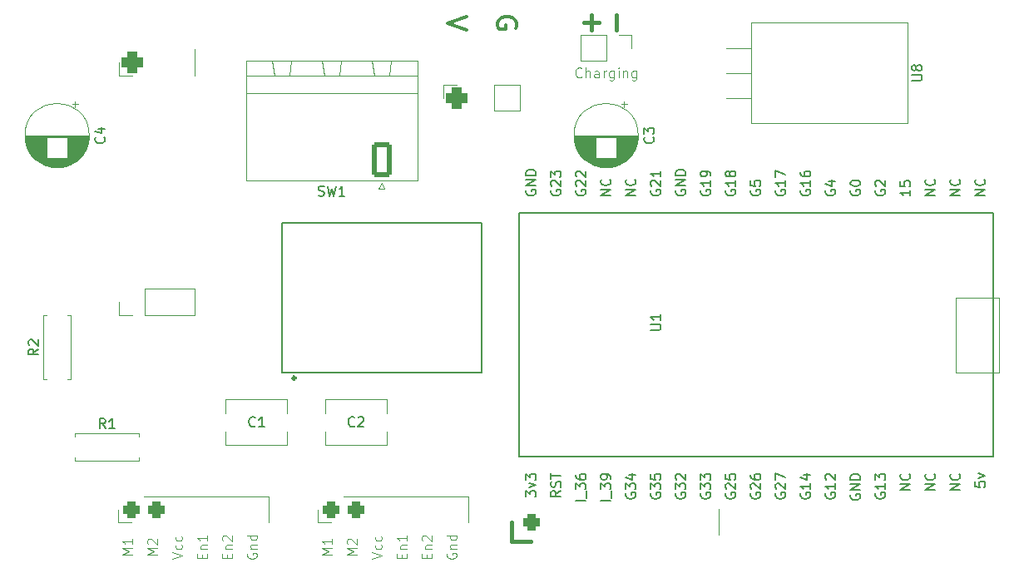
<source format=gto>
G04 #@! TF.GenerationSoftware,KiCad,Pcbnew,7.0.1*
G04 #@! TF.CreationDate,2023-04-20T15:53:33+01:00*
G04 #@! TF.ProjectId,SelfBalancingRobot,53656c66-4261-46c6-916e-63696e67526f,rev?*
G04 #@! TF.SameCoordinates,Original*
G04 #@! TF.FileFunction,Legend,Top*
G04 #@! TF.FilePolarity,Positive*
%FSLAX46Y46*%
G04 Gerber Fmt 4.6, Leading zero omitted, Abs format (unit mm)*
G04 Created by KiCad (PCBNEW 7.0.1) date 2023-04-20 15:53:33*
%MOMM*%
%LPD*%
G01*
G04 APERTURE LIST*
G04 Aperture macros list*
%AMRoundRect*
0 Rectangle with rounded corners*
0 $1 Rounding radius*
0 $2 $3 $4 $5 $6 $7 $8 $9 X,Y pos of 4 corners*
0 Add a 4 corners polygon primitive as box body*
4,1,4,$2,$3,$4,$5,$6,$7,$8,$9,$2,$3,0*
0 Add four circle primitives for the rounded corners*
1,1,$1+$1,$2,$3*
1,1,$1+$1,$4,$5*
1,1,$1+$1,$6,$7*
1,1,$1+$1,$8,$9*
0 Add four rect primitives between the rounded corners*
20,1,$1+$1,$2,$3,$4,$5,0*
20,1,$1+$1,$4,$5,$6,$7,0*
20,1,$1+$1,$6,$7,$8,$9,0*
20,1,$1+$1,$8,$9,$2,$3,0*%
G04 Aperture macros list end*
%ADD10C,0.300000*%
%ADD11C,0.400000*%
%ADD12C,0.100000*%
%ADD13C,0.150000*%
%ADD14C,0.120000*%
%ADD15C,0.127000*%
%ADD16O,3.500000X3.500000*%
%ADD17R,1.700000X1.700000*%
%ADD18O,1.700000X1.700000*%
%ADD19O,2.200000X2.200000*%
%ADD20RoundRect,0.550000X0.550000X-0.550000X0.550000X0.550000X-0.550000X0.550000X-0.550000X-0.550000X0*%
%ADD21RoundRect,0.550000X-0.550000X0.550000X-0.550000X-0.550000X0.550000X-0.550000X0.550000X0.550000X0*%
%ADD22RoundRect,0.249999X0.790001X1.550001X-0.790001X1.550001X-0.790001X-1.550001X0.790001X-1.550001X0*%
%ADD23O,2.080000X3.600000*%
%ADD24O,1.600000X1.600000*%
%ADD25C,1.600000*%
%ADD26R,2.000000X1.905000*%
%ADD27O,2.000000X1.905000*%
%ADD28C,3.600000*%
%ADD29C,5.600000*%
%ADD30R,1.600000X1.600000*%
%ADD31RoundRect,0.425000X0.425000X-0.425000X0.425000X0.425000X-0.425000X0.425000X-0.425000X-0.425000X0*%
%ADD32R,1.560000X1.560000*%
%ADD33C,1.560000*%
%ADD34R,1.350000X1.350000*%
%ADD35C,1.350000*%
G04 APERTURE END LIST*
D10*
X153379523Y-71643809D02*
X153474761Y-71453333D01*
X153474761Y-71453333D02*
X153474761Y-71167619D01*
X153474761Y-71167619D02*
X153379523Y-70881904D01*
X153379523Y-70881904D02*
X153189047Y-70691428D01*
X153189047Y-70691428D02*
X152998571Y-70596190D01*
X152998571Y-70596190D02*
X152617619Y-70500952D01*
X152617619Y-70500952D02*
X152331904Y-70500952D01*
X152331904Y-70500952D02*
X151950952Y-70596190D01*
X151950952Y-70596190D02*
X151760476Y-70691428D01*
X151760476Y-70691428D02*
X151570000Y-70881904D01*
X151570000Y-70881904D02*
X151474761Y-71167619D01*
X151474761Y-71167619D02*
X151474761Y-71358095D01*
X151474761Y-71358095D02*
X151570000Y-71643809D01*
X151570000Y-71643809D02*
X151665238Y-71739047D01*
X151665238Y-71739047D02*
X152331904Y-71739047D01*
X152331904Y-71739047D02*
X152331904Y-71358095D01*
X148394761Y-70453333D02*
X146394761Y-71119999D01*
X146394761Y-71119999D02*
X148394761Y-71786666D01*
D11*
X163566666Y-70326190D02*
X163566666Y-71850000D01*
X161026666Y-70326190D02*
X161026666Y-71850000D01*
X160264761Y-71088095D02*
X161788571Y-71088095D01*
D12*
X160059999Y-76567380D02*
X160012380Y-76615000D01*
X160012380Y-76615000D02*
X159869523Y-76662619D01*
X159869523Y-76662619D02*
X159774285Y-76662619D01*
X159774285Y-76662619D02*
X159631428Y-76615000D01*
X159631428Y-76615000D02*
X159536190Y-76519761D01*
X159536190Y-76519761D02*
X159488571Y-76424523D01*
X159488571Y-76424523D02*
X159440952Y-76234047D01*
X159440952Y-76234047D02*
X159440952Y-76091190D01*
X159440952Y-76091190D02*
X159488571Y-75900714D01*
X159488571Y-75900714D02*
X159536190Y-75805476D01*
X159536190Y-75805476D02*
X159631428Y-75710238D01*
X159631428Y-75710238D02*
X159774285Y-75662619D01*
X159774285Y-75662619D02*
X159869523Y-75662619D01*
X159869523Y-75662619D02*
X160012380Y-75710238D01*
X160012380Y-75710238D02*
X160059999Y-75757857D01*
X160488571Y-76662619D02*
X160488571Y-75662619D01*
X160917142Y-76662619D02*
X160917142Y-76138809D01*
X160917142Y-76138809D02*
X160869523Y-76043571D01*
X160869523Y-76043571D02*
X160774285Y-75995952D01*
X160774285Y-75995952D02*
X160631428Y-75995952D01*
X160631428Y-75995952D02*
X160536190Y-76043571D01*
X160536190Y-76043571D02*
X160488571Y-76091190D01*
X161821904Y-76662619D02*
X161821904Y-76138809D01*
X161821904Y-76138809D02*
X161774285Y-76043571D01*
X161774285Y-76043571D02*
X161679047Y-75995952D01*
X161679047Y-75995952D02*
X161488571Y-75995952D01*
X161488571Y-75995952D02*
X161393333Y-76043571D01*
X161821904Y-76615000D02*
X161726666Y-76662619D01*
X161726666Y-76662619D02*
X161488571Y-76662619D01*
X161488571Y-76662619D02*
X161393333Y-76615000D01*
X161393333Y-76615000D02*
X161345714Y-76519761D01*
X161345714Y-76519761D02*
X161345714Y-76424523D01*
X161345714Y-76424523D02*
X161393333Y-76329285D01*
X161393333Y-76329285D02*
X161488571Y-76281666D01*
X161488571Y-76281666D02*
X161726666Y-76281666D01*
X161726666Y-76281666D02*
X161821904Y-76234047D01*
X162298095Y-76662619D02*
X162298095Y-75995952D01*
X162298095Y-76186428D02*
X162345714Y-76091190D01*
X162345714Y-76091190D02*
X162393333Y-76043571D01*
X162393333Y-76043571D02*
X162488571Y-75995952D01*
X162488571Y-75995952D02*
X162583809Y-75995952D01*
X163345714Y-75995952D02*
X163345714Y-76805476D01*
X163345714Y-76805476D02*
X163298095Y-76900714D01*
X163298095Y-76900714D02*
X163250476Y-76948333D01*
X163250476Y-76948333D02*
X163155238Y-76995952D01*
X163155238Y-76995952D02*
X163012381Y-76995952D01*
X163012381Y-76995952D02*
X162917143Y-76948333D01*
X163345714Y-76615000D02*
X163250476Y-76662619D01*
X163250476Y-76662619D02*
X163060000Y-76662619D01*
X163060000Y-76662619D02*
X162964762Y-76615000D01*
X162964762Y-76615000D02*
X162917143Y-76567380D01*
X162917143Y-76567380D02*
X162869524Y-76472142D01*
X162869524Y-76472142D02*
X162869524Y-76186428D01*
X162869524Y-76186428D02*
X162917143Y-76091190D01*
X162917143Y-76091190D02*
X162964762Y-76043571D01*
X162964762Y-76043571D02*
X163060000Y-75995952D01*
X163060000Y-75995952D02*
X163250476Y-75995952D01*
X163250476Y-75995952D02*
X163345714Y-76043571D01*
X163821905Y-76662619D02*
X163821905Y-75995952D01*
X163821905Y-75662619D02*
X163774286Y-75710238D01*
X163774286Y-75710238D02*
X163821905Y-75757857D01*
X163821905Y-75757857D02*
X163869524Y-75710238D01*
X163869524Y-75710238D02*
X163821905Y-75662619D01*
X163821905Y-75662619D02*
X163821905Y-75757857D01*
X164298095Y-75995952D02*
X164298095Y-76662619D01*
X164298095Y-76091190D02*
X164345714Y-76043571D01*
X164345714Y-76043571D02*
X164440952Y-75995952D01*
X164440952Y-75995952D02*
X164583809Y-75995952D01*
X164583809Y-75995952D02*
X164679047Y-76043571D01*
X164679047Y-76043571D02*
X164726666Y-76138809D01*
X164726666Y-76138809D02*
X164726666Y-76662619D01*
X165631428Y-75995952D02*
X165631428Y-76805476D01*
X165631428Y-76805476D02*
X165583809Y-76900714D01*
X165583809Y-76900714D02*
X165536190Y-76948333D01*
X165536190Y-76948333D02*
X165440952Y-76995952D01*
X165440952Y-76995952D02*
X165298095Y-76995952D01*
X165298095Y-76995952D02*
X165202857Y-76948333D01*
X165631428Y-76615000D02*
X165536190Y-76662619D01*
X165536190Y-76662619D02*
X165345714Y-76662619D01*
X165345714Y-76662619D02*
X165250476Y-76615000D01*
X165250476Y-76615000D02*
X165202857Y-76567380D01*
X165202857Y-76567380D02*
X165155238Y-76472142D01*
X165155238Y-76472142D02*
X165155238Y-76186428D01*
X165155238Y-76186428D02*
X165202857Y-76091190D01*
X165202857Y-76091190D02*
X165250476Y-76043571D01*
X165250476Y-76043571D02*
X165345714Y-75995952D01*
X165345714Y-75995952D02*
X165536190Y-75995952D01*
X165536190Y-75995952D02*
X165631428Y-76043571D01*
D13*
X133286667Y-88672500D02*
X133429524Y-88720119D01*
X133429524Y-88720119D02*
X133667619Y-88720119D01*
X133667619Y-88720119D02*
X133762857Y-88672500D01*
X133762857Y-88672500D02*
X133810476Y-88624880D01*
X133810476Y-88624880D02*
X133858095Y-88529642D01*
X133858095Y-88529642D02*
X133858095Y-88434404D01*
X133858095Y-88434404D02*
X133810476Y-88339166D01*
X133810476Y-88339166D02*
X133762857Y-88291547D01*
X133762857Y-88291547D02*
X133667619Y-88243928D01*
X133667619Y-88243928D02*
X133477143Y-88196309D01*
X133477143Y-88196309D02*
X133381905Y-88148690D01*
X133381905Y-88148690D02*
X133334286Y-88101071D01*
X133334286Y-88101071D02*
X133286667Y-88005833D01*
X133286667Y-88005833D02*
X133286667Y-87910595D01*
X133286667Y-87910595D02*
X133334286Y-87815357D01*
X133334286Y-87815357D02*
X133381905Y-87767738D01*
X133381905Y-87767738D02*
X133477143Y-87720119D01*
X133477143Y-87720119D02*
X133715238Y-87720119D01*
X133715238Y-87720119D02*
X133858095Y-87767738D01*
X134191429Y-87720119D02*
X134429524Y-88720119D01*
X134429524Y-88720119D02*
X134620000Y-88005833D01*
X134620000Y-88005833D02*
X134810476Y-88720119D01*
X134810476Y-88720119D02*
X135048572Y-87720119D01*
X135953333Y-88720119D02*
X135381905Y-88720119D01*
X135667619Y-88720119D02*
X135667619Y-87720119D01*
X135667619Y-87720119D02*
X135572381Y-87862976D01*
X135572381Y-87862976D02*
X135477143Y-87958214D01*
X135477143Y-87958214D02*
X135381905Y-88005833D01*
X104772619Y-104306666D02*
X104296428Y-104639999D01*
X104772619Y-104878094D02*
X103772619Y-104878094D01*
X103772619Y-104878094D02*
X103772619Y-104497142D01*
X103772619Y-104497142D02*
X103820238Y-104401904D01*
X103820238Y-104401904D02*
X103867857Y-104354285D01*
X103867857Y-104354285D02*
X103963095Y-104306666D01*
X103963095Y-104306666D02*
X104105952Y-104306666D01*
X104105952Y-104306666D02*
X104201190Y-104354285D01*
X104201190Y-104354285D02*
X104248809Y-104401904D01*
X104248809Y-104401904D02*
X104296428Y-104497142D01*
X104296428Y-104497142D02*
X104296428Y-104878094D01*
X103867857Y-103925713D02*
X103820238Y-103878094D01*
X103820238Y-103878094D02*
X103772619Y-103782856D01*
X103772619Y-103782856D02*
X103772619Y-103544761D01*
X103772619Y-103544761D02*
X103820238Y-103449523D01*
X103820238Y-103449523D02*
X103867857Y-103401904D01*
X103867857Y-103401904D02*
X103963095Y-103354285D01*
X103963095Y-103354285D02*
X104058333Y-103354285D01*
X104058333Y-103354285D02*
X104201190Y-103401904D01*
X104201190Y-103401904D02*
X104772619Y-103973332D01*
X104772619Y-103973332D02*
X104772619Y-103354285D01*
X111593333Y-112392619D02*
X111260000Y-111916428D01*
X111021905Y-112392619D02*
X111021905Y-111392619D01*
X111021905Y-111392619D02*
X111402857Y-111392619D01*
X111402857Y-111392619D02*
X111498095Y-111440238D01*
X111498095Y-111440238D02*
X111545714Y-111487857D01*
X111545714Y-111487857D02*
X111593333Y-111583095D01*
X111593333Y-111583095D02*
X111593333Y-111725952D01*
X111593333Y-111725952D02*
X111545714Y-111821190D01*
X111545714Y-111821190D02*
X111498095Y-111868809D01*
X111498095Y-111868809D02*
X111402857Y-111916428D01*
X111402857Y-111916428D02*
X111021905Y-111916428D01*
X112545714Y-112392619D02*
X111974286Y-112392619D01*
X112260000Y-112392619D02*
X112260000Y-111392619D01*
X112260000Y-111392619D02*
X112164762Y-111535476D01*
X112164762Y-111535476D02*
X112069524Y-111630714D01*
X112069524Y-111630714D02*
X111974286Y-111678333D01*
X193692619Y-76961904D02*
X194502142Y-76961904D01*
X194502142Y-76961904D02*
X194597380Y-76914285D01*
X194597380Y-76914285D02*
X194645000Y-76866666D01*
X194645000Y-76866666D02*
X194692619Y-76771428D01*
X194692619Y-76771428D02*
X194692619Y-76580952D01*
X194692619Y-76580952D02*
X194645000Y-76485714D01*
X194645000Y-76485714D02*
X194597380Y-76438095D01*
X194597380Y-76438095D02*
X194502142Y-76390476D01*
X194502142Y-76390476D02*
X193692619Y-76390476D01*
X194121190Y-75771428D02*
X194073571Y-75866666D01*
X194073571Y-75866666D02*
X194025952Y-75914285D01*
X194025952Y-75914285D02*
X193930714Y-75961904D01*
X193930714Y-75961904D02*
X193883095Y-75961904D01*
X193883095Y-75961904D02*
X193787857Y-75914285D01*
X193787857Y-75914285D02*
X193740238Y-75866666D01*
X193740238Y-75866666D02*
X193692619Y-75771428D01*
X193692619Y-75771428D02*
X193692619Y-75580952D01*
X193692619Y-75580952D02*
X193740238Y-75485714D01*
X193740238Y-75485714D02*
X193787857Y-75438095D01*
X193787857Y-75438095D02*
X193883095Y-75390476D01*
X193883095Y-75390476D02*
X193930714Y-75390476D01*
X193930714Y-75390476D02*
X194025952Y-75438095D01*
X194025952Y-75438095D02*
X194073571Y-75485714D01*
X194073571Y-75485714D02*
X194121190Y-75580952D01*
X194121190Y-75580952D02*
X194121190Y-75771428D01*
X194121190Y-75771428D02*
X194168809Y-75866666D01*
X194168809Y-75866666D02*
X194216428Y-75914285D01*
X194216428Y-75914285D02*
X194311666Y-75961904D01*
X194311666Y-75961904D02*
X194502142Y-75961904D01*
X194502142Y-75961904D02*
X194597380Y-75914285D01*
X194597380Y-75914285D02*
X194645000Y-75866666D01*
X194645000Y-75866666D02*
X194692619Y-75771428D01*
X194692619Y-75771428D02*
X194692619Y-75580952D01*
X194692619Y-75580952D02*
X194645000Y-75485714D01*
X194645000Y-75485714D02*
X194597380Y-75438095D01*
X194597380Y-75438095D02*
X194502142Y-75390476D01*
X194502142Y-75390476D02*
X194311666Y-75390476D01*
X194311666Y-75390476D02*
X194216428Y-75438095D01*
X194216428Y-75438095D02*
X194168809Y-75485714D01*
X194168809Y-75485714D02*
X194121190Y-75580952D01*
X111447380Y-82736666D02*
X111495000Y-82784285D01*
X111495000Y-82784285D02*
X111542619Y-82927142D01*
X111542619Y-82927142D02*
X111542619Y-83022380D01*
X111542619Y-83022380D02*
X111495000Y-83165237D01*
X111495000Y-83165237D02*
X111399761Y-83260475D01*
X111399761Y-83260475D02*
X111304523Y-83308094D01*
X111304523Y-83308094D02*
X111114047Y-83355713D01*
X111114047Y-83355713D02*
X110971190Y-83355713D01*
X110971190Y-83355713D02*
X110780714Y-83308094D01*
X110780714Y-83308094D02*
X110685476Y-83260475D01*
X110685476Y-83260475D02*
X110590238Y-83165237D01*
X110590238Y-83165237D02*
X110542619Y-83022380D01*
X110542619Y-83022380D02*
X110542619Y-82927142D01*
X110542619Y-82927142D02*
X110590238Y-82784285D01*
X110590238Y-82784285D02*
X110637857Y-82736666D01*
X110875952Y-81879523D02*
X111542619Y-81879523D01*
X110495000Y-82117618D02*
X111209285Y-82355713D01*
X111209285Y-82355713D02*
X111209285Y-81736666D01*
D12*
X138715119Y-125650475D02*
X139715119Y-125317142D01*
X139715119Y-125317142D02*
X138715119Y-124983809D01*
X139667500Y-124221904D02*
X139715119Y-124317142D01*
X139715119Y-124317142D02*
X139715119Y-124507618D01*
X139715119Y-124507618D02*
X139667500Y-124602856D01*
X139667500Y-124602856D02*
X139619880Y-124650475D01*
X139619880Y-124650475D02*
X139524642Y-124698094D01*
X139524642Y-124698094D02*
X139238928Y-124698094D01*
X139238928Y-124698094D02*
X139143690Y-124650475D01*
X139143690Y-124650475D02*
X139096071Y-124602856D01*
X139096071Y-124602856D02*
X139048452Y-124507618D01*
X139048452Y-124507618D02*
X139048452Y-124317142D01*
X139048452Y-124317142D02*
X139096071Y-124221904D01*
X139667500Y-123364761D02*
X139715119Y-123459999D01*
X139715119Y-123459999D02*
X139715119Y-123650475D01*
X139715119Y-123650475D02*
X139667500Y-123745713D01*
X139667500Y-123745713D02*
X139619880Y-123793332D01*
X139619880Y-123793332D02*
X139524642Y-123840951D01*
X139524642Y-123840951D02*
X139238928Y-123840951D01*
X139238928Y-123840951D02*
X139143690Y-123793332D01*
X139143690Y-123793332D02*
X139096071Y-123745713D01*
X139096071Y-123745713D02*
X139048452Y-123650475D01*
X139048452Y-123650475D02*
X139048452Y-123459999D01*
X139048452Y-123459999D02*
X139096071Y-123364761D01*
X134635119Y-125269523D02*
X133635119Y-125269523D01*
X133635119Y-125269523D02*
X134349404Y-124936190D01*
X134349404Y-124936190D02*
X133635119Y-124602857D01*
X133635119Y-124602857D02*
X134635119Y-124602857D01*
X134635119Y-123602857D02*
X134635119Y-124174285D01*
X134635119Y-123888571D02*
X133635119Y-123888571D01*
X133635119Y-123888571D02*
X133777976Y-123983809D01*
X133777976Y-123983809D02*
X133873214Y-124079047D01*
X133873214Y-124079047D02*
X133920833Y-124174285D01*
X146382738Y-125102857D02*
X146335119Y-125198095D01*
X146335119Y-125198095D02*
X146335119Y-125340952D01*
X146335119Y-125340952D02*
X146382738Y-125483809D01*
X146382738Y-125483809D02*
X146477976Y-125579047D01*
X146477976Y-125579047D02*
X146573214Y-125626666D01*
X146573214Y-125626666D02*
X146763690Y-125674285D01*
X146763690Y-125674285D02*
X146906547Y-125674285D01*
X146906547Y-125674285D02*
X147097023Y-125626666D01*
X147097023Y-125626666D02*
X147192261Y-125579047D01*
X147192261Y-125579047D02*
X147287500Y-125483809D01*
X147287500Y-125483809D02*
X147335119Y-125340952D01*
X147335119Y-125340952D02*
X147335119Y-125245714D01*
X147335119Y-125245714D02*
X147287500Y-125102857D01*
X147287500Y-125102857D02*
X147239880Y-125055238D01*
X147239880Y-125055238D02*
X146906547Y-125055238D01*
X146906547Y-125055238D02*
X146906547Y-125245714D01*
X146668452Y-124626666D02*
X147335119Y-124626666D01*
X146763690Y-124626666D02*
X146716071Y-124579047D01*
X146716071Y-124579047D02*
X146668452Y-124483809D01*
X146668452Y-124483809D02*
X146668452Y-124340952D01*
X146668452Y-124340952D02*
X146716071Y-124245714D01*
X146716071Y-124245714D02*
X146811309Y-124198095D01*
X146811309Y-124198095D02*
X147335119Y-124198095D01*
X147335119Y-123293333D02*
X146335119Y-123293333D01*
X147287500Y-123293333D02*
X147335119Y-123388571D01*
X147335119Y-123388571D02*
X147335119Y-123579047D01*
X147335119Y-123579047D02*
X147287500Y-123674285D01*
X147287500Y-123674285D02*
X147239880Y-123721904D01*
X147239880Y-123721904D02*
X147144642Y-123769523D01*
X147144642Y-123769523D02*
X146858928Y-123769523D01*
X146858928Y-123769523D02*
X146763690Y-123721904D01*
X146763690Y-123721904D02*
X146716071Y-123674285D01*
X146716071Y-123674285D02*
X146668452Y-123579047D01*
X146668452Y-123579047D02*
X146668452Y-123388571D01*
X146668452Y-123388571D02*
X146716071Y-123293333D01*
X137175119Y-125269523D02*
X136175119Y-125269523D01*
X136175119Y-125269523D02*
X136889404Y-124936190D01*
X136889404Y-124936190D02*
X136175119Y-124602857D01*
X136175119Y-124602857D02*
X137175119Y-124602857D01*
X136270357Y-124174285D02*
X136222738Y-124126666D01*
X136222738Y-124126666D02*
X136175119Y-124031428D01*
X136175119Y-124031428D02*
X136175119Y-123793333D01*
X136175119Y-123793333D02*
X136222738Y-123698095D01*
X136222738Y-123698095D02*
X136270357Y-123650476D01*
X136270357Y-123650476D02*
X136365595Y-123602857D01*
X136365595Y-123602857D02*
X136460833Y-123602857D01*
X136460833Y-123602857D02*
X136603690Y-123650476D01*
X136603690Y-123650476D02*
X137175119Y-124221904D01*
X137175119Y-124221904D02*
X137175119Y-123602857D01*
X141731309Y-125602856D02*
X141731309Y-125269523D01*
X142255119Y-125126666D02*
X142255119Y-125602856D01*
X142255119Y-125602856D02*
X141255119Y-125602856D01*
X141255119Y-125602856D02*
X141255119Y-125126666D01*
X141588452Y-124698094D02*
X142255119Y-124698094D01*
X141683690Y-124698094D02*
X141636071Y-124650475D01*
X141636071Y-124650475D02*
X141588452Y-124555237D01*
X141588452Y-124555237D02*
X141588452Y-124412380D01*
X141588452Y-124412380D02*
X141636071Y-124317142D01*
X141636071Y-124317142D02*
X141731309Y-124269523D01*
X141731309Y-124269523D02*
X142255119Y-124269523D01*
X142255119Y-123269523D02*
X142255119Y-123840951D01*
X142255119Y-123555237D02*
X141255119Y-123555237D01*
X141255119Y-123555237D02*
X141397976Y-123650475D01*
X141397976Y-123650475D02*
X141493214Y-123745713D01*
X141493214Y-123745713D02*
X141540833Y-123840951D01*
X144271309Y-125602856D02*
X144271309Y-125269523D01*
X144795119Y-125126666D02*
X144795119Y-125602856D01*
X144795119Y-125602856D02*
X143795119Y-125602856D01*
X143795119Y-125602856D02*
X143795119Y-125126666D01*
X144128452Y-124698094D02*
X144795119Y-124698094D01*
X144223690Y-124698094D02*
X144176071Y-124650475D01*
X144176071Y-124650475D02*
X144128452Y-124555237D01*
X144128452Y-124555237D02*
X144128452Y-124412380D01*
X144128452Y-124412380D02*
X144176071Y-124317142D01*
X144176071Y-124317142D02*
X144271309Y-124269523D01*
X144271309Y-124269523D02*
X144795119Y-124269523D01*
X143890357Y-123840951D02*
X143842738Y-123793332D01*
X143842738Y-123793332D02*
X143795119Y-123698094D01*
X143795119Y-123698094D02*
X143795119Y-123459999D01*
X143795119Y-123459999D02*
X143842738Y-123364761D01*
X143842738Y-123364761D02*
X143890357Y-123317142D01*
X143890357Y-123317142D02*
X143985595Y-123269523D01*
X143985595Y-123269523D02*
X144080833Y-123269523D01*
X144080833Y-123269523D02*
X144223690Y-123317142D01*
X144223690Y-123317142D02*
X144795119Y-123888570D01*
X144795119Y-123888570D02*
X144795119Y-123269523D01*
D13*
X126833333Y-112127380D02*
X126785714Y-112175000D01*
X126785714Y-112175000D02*
X126642857Y-112222619D01*
X126642857Y-112222619D02*
X126547619Y-112222619D01*
X126547619Y-112222619D02*
X126404762Y-112175000D01*
X126404762Y-112175000D02*
X126309524Y-112079761D01*
X126309524Y-112079761D02*
X126261905Y-111984523D01*
X126261905Y-111984523D02*
X126214286Y-111794047D01*
X126214286Y-111794047D02*
X126214286Y-111651190D01*
X126214286Y-111651190D02*
X126261905Y-111460714D01*
X126261905Y-111460714D02*
X126309524Y-111365476D01*
X126309524Y-111365476D02*
X126404762Y-111270238D01*
X126404762Y-111270238D02*
X126547619Y-111222619D01*
X126547619Y-111222619D02*
X126642857Y-111222619D01*
X126642857Y-111222619D02*
X126785714Y-111270238D01*
X126785714Y-111270238D02*
X126833333Y-111317857D01*
X127785714Y-112222619D02*
X127214286Y-112222619D01*
X127500000Y-112222619D02*
X127500000Y-111222619D01*
X127500000Y-111222619D02*
X127404762Y-111365476D01*
X127404762Y-111365476D02*
X127309524Y-111460714D01*
X127309524Y-111460714D02*
X127214286Y-111508333D01*
X136953333Y-112127380D02*
X136905714Y-112175000D01*
X136905714Y-112175000D02*
X136762857Y-112222619D01*
X136762857Y-112222619D02*
X136667619Y-112222619D01*
X136667619Y-112222619D02*
X136524762Y-112175000D01*
X136524762Y-112175000D02*
X136429524Y-112079761D01*
X136429524Y-112079761D02*
X136381905Y-111984523D01*
X136381905Y-111984523D02*
X136334286Y-111794047D01*
X136334286Y-111794047D02*
X136334286Y-111651190D01*
X136334286Y-111651190D02*
X136381905Y-111460714D01*
X136381905Y-111460714D02*
X136429524Y-111365476D01*
X136429524Y-111365476D02*
X136524762Y-111270238D01*
X136524762Y-111270238D02*
X136667619Y-111222619D01*
X136667619Y-111222619D02*
X136762857Y-111222619D01*
X136762857Y-111222619D02*
X136905714Y-111270238D01*
X136905714Y-111270238D02*
X136953333Y-111317857D01*
X137334286Y-111317857D02*
X137381905Y-111270238D01*
X137381905Y-111270238D02*
X137477143Y-111222619D01*
X137477143Y-111222619D02*
X137715238Y-111222619D01*
X137715238Y-111222619D02*
X137810476Y-111270238D01*
X137810476Y-111270238D02*
X137858095Y-111317857D01*
X137858095Y-111317857D02*
X137905714Y-111413095D01*
X137905714Y-111413095D02*
X137905714Y-111508333D01*
X137905714Y-111508333D02*
X137858095Y-111651190D01*
X137858095Y-111651190D02*
X137286667Y-112222619D01*
X137286667Y-112222619D02*
X137905714Y-112222619D01*
D12*
X118395119Y-125650475D02*
X119395119Y-125317142D01*
X119395119Y-125317142D02*
X118395119Y-124983809D01*
X119347500Y-124221904D02*
X119395119Y-124317142D01*
X119395119Y-124317142D02*
X119395119Y-124507618D01*
X119395119Y-124507618D02*
X119347500Y-124602856D01*
X119347500Y-124602856D02*
X119299880Y-124650475D01*
X119299880Y-124650475D02*
X119204642Y-124698094D01*
X119204642Y-124698094D02*
X118918928Y-124698094D01*
X118918928Y-124698094D02*
X118823690Y-124650475D01*
X118823690Y-124650475D02*
X118776071Y-124602856D01*
X118776071Y-124602856D02*
X118728452Y-124507618D01*
X118728452Y-124507618D02*
X118728452Y-124317142D01*
X118728452Y-124317142D02*
X118776071Y-124221904D01*
X119347500Y-123364761D02*
X119395119Y-123459999D01*
X119395119Y-123459999D02*
X119395119Y-123650475D01*
X119395119Y-123650475D02*
X119347500Y-123745713D01*
X119347500Y-123745713D02*
X119299880Y-123793332D01*
X119299880Y-123793332D02*
X119204642Y-123840951D01*
X119204642Y-123840951D02*
X118918928Y-123840951D01*
X118918928Y-123840951D02*
X118823690Y-123793332D01*
X118823690Y-123793332D02*
X118776071Y-123745713D01*
X118776071Y-123745713D02*
X118728452Y-123650475D01*
X118728452Y-123650475D02*
X118728452Y-123459999D01*
X118728452Y-123459999D02*
X118776071Y-123364761D01*
X126062738Y-125102857D02*
X126015119Y-125198095D01*
X126015119Y-125198095D02*
X126015119Y-125340952D01*
X126015119Y-125340952D02*
X126062738Y-125483809D01*
X126062738Y-125483809D02*
X126157976Y-125579047D01*
X126157976Y-125579047D02*
X126253214Y-125626666D01*
X126253214Y-125626666D02*
X126443690Y-125674285D01*
X126443690Y-125674285D02*
X126586547Y-125674285D01*
X126586547Y-125674285D02*
X126777023Y-125626666D01*
X126777023Y-125626666D02*
X126872261Y-125579047D01*
X126872261Y-125579047D02*
X126967500Y-125483809D01*
X126967500Y-125483809D02*
X127015119Y-125340952D01*
X127015119Y-125340952D02*
X127015119Y-125245714D01*
X127015119Y-125245714D02*
X126967500Y-125102857D01*
X126967500Y-125102857D02*
X126919880Y-125055238D01*
X126919880Y-125055238D02*
X126586547Y-125055238D01*
X126586547Y-125055238D02*
X126586547Y-125245714D01*
X126348452Y-124626666D02*
X127015119Y-124626666D01*
X126443690Y-124626666D02*
X126396071Y-124579047D01*
X126396071Y-124579047D02*
X126348452Y-124483809D01*
X126348452Y-124483809D02*
X126348452Y-124340952D01*
X126348452Y-124340952D02*
X126396071Y-124245714D01*
X126396071Y-124245714D02*
X126491309Y-124198095D01*
X126491309Y-124198095D02*
X127015119Y-124198095D01*
X127015119Y-123293333D02*
X126015119Y-123293333D01*
X126967500Y-123293333D02*
X127015119Y-123388571D01*
X127015119Y-123388571D02*
X127015119Y-123579047D01*
X127015119Y-123579047D02*
X126967500Y-123674285D01*
X126967500Y-123674285D02*
X126919880Y-123721904D01*
X126919880Y-123721904D02*
X126824642Y-123769523D01*
X126824642Y-123769523D02*
X126538928Y-123769523D01*
X126538928Y-123769523D02*
X126443690Y-123721904D01*
X126443690Y-123721904D02*
X126396071Y-123674285D01*
X126396071Y-123674285D02*
X126348452Y-123579047D01*
X126348452Y-123579047D02*
X126348452Y-123388571D01*
X126348452Y-123388571D02*
X126396071Y-123293333D01*
X121411309Y-125602856D02*
X121411309Y-125269523D01*
X121935119Y-125126666D02*
X121935119Y-125602856D01*
X121935119Y-125602856D02*
X120935119Y-125602856D01*
X120935119Y-125602856D02*
X120935119Y-125126666D01*
X121268452Y-124698094D02*
X121935119Y-124698094D01*
X121363690Y-124698094D02*
X121316071Y-124650475D01*
X121316071Y-124650475D02*
X121268452Y-124555237D01*
X121268452Y-124555237D02*
X121268452Y-124412380D01*
X121268452Y-124412380D02*
X121316071Y-124317142D01*
X121316071Y-124317142D02*
X121411309Y-124269523D01*
X121411309Y-124269523D02*
X121935119Y-124269523D01*
X121935119Y-123269523D02*
X121935119Y-123840951D01*
X121935119Y-123555237D02*
X120935119Y-123555237D01*
X120935119Y-123555237D02*
X121077976Y-123650475D01*
X121077976Y-123650475D02*
X121173214Y-123745713D01*
X121173214Y-123745713D02*
X121220833Y-123840951D01*
X123951309Y-125602856D02*
X123951309Y-125269523D01*
X124475119Y-125126666D02*
X124475119Y-125602856D01*
X124475119Y-125602856D02*
X123475119Y-125602856D01*
X123475119Y-125602856D02*
X123475119Y-125126666D01*
X123808452Y-124698094D02*
X124475119Y-124698094D01*
X123903690Y-124698094D02*
X123856071Y-124650475D01*
X123856071Y-124650475D02*
X123808452Y-124555237D01*
X123808452Y-124555237D02*
X123808452Y-124412380D01*
X123808452Y-124412380D02*
X123856071Y-124317142D01*
X123856071Y-124317142D02*
X123951309Y-124269523D01*
X123951309Y-124269523D02*
X124475119Y-124269523D01*
X123570357Y-123840951D02*
X123522738Y-123793332D01*
X123522738Y-123793332D02*
X123475119Y-123698094D01*
X123475119Y-123698094D02*
X123475119Y-123459999D01*
X123475119Y-123459999D02*
X123522738Y-123364761D01*
X123522738Y-123364761D02*
X123570357Y-123317142D01*
X123570357Y-123317142D02*
X123665595Y-123269523D01*
X123665595Y-123269523D02*
X123760833Y-123269523D01*
X123760833Y-123269523D02*
X123903690Y-123317142D01*
X123903690Y-123317142D02*
X124475119Y-123888570D01*
X124475119Y-123888570D02*
X124475119Y-123269523D01*
X114315119Y-125269523D02*
X113315119Y-125269523D01*
X113315119Y-125269523D02*
X114029404Y-124936190D01*
X114029404Y-124936190D02*
X113315119Y-124602857D01*
X113315119Y-124602857D02*
X114315119Y-124602857D01*
X114315119Y-123602857D02*
X114315119Y-124174285D01*
X114315119Y-123888571D02*
X113315119Y-123888571D01*
X113315119Y-123888571D02*
X113457976Y-123983809D01*
X113457976Y-123983809D02*
X113553214Y-124079047D01*
X113553214Y-124079047D02*
X113600833Y-124174285D01*
X116855119Y-125269523D02*
X115855119Y-125269523D01*
X115855119Y-125269523D02*
X116569404Y-124936190D01*
X116569404Y-124936190D02*
X115855119Y-124602857D01*
X115855119Y-124602857D02*
X116855119Y-124602857D01*
X115950357Y-124174285D02*
X115902738Y-124126666D01*
X115902738Y-124126666D02*
X115855119Y-124031428D01*
X115855119Y-124031428D02*
X115855119Y-123793333D01*
X115855119Y-123793333D02*
X115902738Y-123698095D01*
X115902738Y-123698095D02*
X115950357Y-123650476D01*
X115950357Y-123650476D02*
X116045595Y-123602857D01*
X116045595Y-123602857D02*
X116140833Y-123602857D01*
X116140833Y-123602857D02*
X116283690Y-123650476D01*
X116283690Y-123650476D02*
X116855119Y-124221904D01*
X116855119Y-124221904D02*
X116855119Y-123602857D01*
D13*
X167102619Y-102361904D02*
X167912142Y-102361904D01*
X167912142Y-102361904D02*
X168007380Y-102314285D01*
X168007380Y-102314285D02*
X168055000Y-102266666D01*
X168055000Y-102266666D02*
X168102619Y-102171428D01*
X168102619Y-102171428D02*
X168102619Y-101980952D01*
X168102619Y-101980952D02*
X168055000Y-101885714D01*
X168055000Y-101885714D02*
X168007380Y-101838095D01*
X168007380Y-101838095D02*
X167912142Y-101790476D01*
X167912142Y-101790476D02*
X167102619Y-101790476D01*
X168102619Y-100790476D02*
X168102619Y-101361904D01*
X168102619Y-101076190D02*
X167102619Y-101076190D01*
X167102619Y-101076190D02*
X167245476Y-101171428D01*
X167245476Y-101171428D02*
X167340714Y-101266666D01*
X167340714Y-101266666D02*
X167388333Y-101361904D01*
X196042619Y-118649523D02*
X195042619Y-118649523D01*
X195042619Y-118649523D02*
X196042619Y-118078095D01*
X196042619Y-118078095D02*
X195042619Y-118078095D01*
X195947380Y-117030476D02*
X195995000Y-117078095D01*
X195995000Y-117078095D02*
X196042619Y-117220952D01*
X196042619Y-117220952D02*
X196042619Y-117316190D01*
X196042619Y-117316190D02*
X195995000Y-117459047D01*
X195995000Y-117459047D02*
X195899761Y-117554285D01*
X195899761Y-117554285D02*
X195804523Y-117601904D01*
X195804523Y-117601904D02*
X195614047Y-117649523D01*
X195614047Y-117649523D02*
X195471190Y-117649523D01*
X195471190Y-117649523D02*
X195280714Y-117601904D01*
X195280714Y-117601904D02*
X195185476Y-117554285D01*
X195185476Y-117554285D02*
X195090238Y-117459047D01*
X195090238Y-117459047D02*
X195042619Y-117316190D01*
X195042619Y-117316190D02*
X195042619Y-117220952D01*
X195042619Y-117220952D02*
X195090238Y-117078095D01*
X195090238Y-117078095D02*
X195137857Y-117030476D01*
X154450238Y-88138095D02*
X154402619Y-88233333D01*
X154402619Y-88233333D02*
X154402619Y-88376190D01*
X154402619Y-88376190D02*
X154450238Y-88519047D01*
X154450238Y-88519047D02*
X154545476Y-88614285D01*
X154545476Y-88614285D02*
X154640714Y-88661904D01*
X154640714Y-88661904D02*
X154831190Y-88709523D01*
X154831190Y-88709523D02*
X154974047Y-88709523D01*
X154974047Y-88709523D02*
X155164523Y-88661904D01*
X155164523Y-88661904D02*
X155259761Y-88614285D01*
X155259761Y-88614285D02*
X155355000Y-88519047D01*
X155355000Y-88519047D02*
X155402619Y-88376190D01*
X155402619Y-88376190D02*
X155402619Y-88280952D01*
X155402619Y-88280952D02*
X155355000Y-88138095D01*
X155355000Y-88138095D02*
X155307380Y-88090476D01*
X155307380Y-88090476D02*
X154974047Y-88090476D01*
X154974047Y-88090476D02*
X154974047Y-88280952D01*
X155402619Y-87661904D02*
X154402619Y-87661904D01*
X154402619Y-87661904D02*
X155402619Y-87090476D01*
X155402619Y-87090476D02*
X154402619Y-87090476D01*
X155402619Y-86614285D02*
X154402619Y-86614285D01*
X154402619Y-86614285D02*
X154402619Y-86376190D01*
X154402619Y-86376190D02*
X154450238Y-86233333D01*
X154450238Y-86233333D02*
X154545476Y-86138095D01*
X154545476Y-86138095D02*
X154640714Y-86090476D01*
X154640714Y-86090476D02*
X154831190Y-86042857D01*
X154831190Y-86042857D02*
X154974047Y-86042857D01*
X154974047Y-86042857D02*
X155164523Y-86090476D01*
X155164523Y-86090476D02*
X155259761Y-86138095D01*
X155259761Y-86138095D02*
X155355000Y-86233333D01*
X155355000Y-86233333D02*
X155402619Y-86376190D01*
X155402619Y-86376190D02*
X155402619Y-86614285D01*
X193502619Y-118649523D02*
X192502619Y-118649523D01*
X192502619Y-118649523D02*
X193502619Y-118078095D01*
X193502619Y-118078095D02*
X192502619Y-118078095D01*
X193407380Y-117030476D02*
X193455000Y-117078095D01*
X193455000Y-117078095D02*
X193502619Y-117220952D01*
X193502619Y-117220952D02*
X193502619Y-117316190D01*
X193502619Y-117316190D02*
X193455000Y-117459047D01*
X193455000Y-117459047D02*
X193359761Y-117554285D01*
X193359761Y-117554285D02*
X193264523Y-117601904D01*
X193264523Y-117601904D02*
X193074047Y-117649523D01*
X193074047Y-117649523D02*
X192931190Y-117649523D01*
X192931190Y-117649523D02*
X192740714Y-117601904D01*
X192740714Y-117601904D02*
X192645476Y-117554285D01*
X192645476Y-117554285D02*
X192550238Y-117459047D01*
X192550238Y-117459047D02*
X192502619Y-117316190D01*
X192502619Y-117316190D02*
X192502619Y-117220952D01*
X192502619Y-117220952D02*
X192550238Y-117078095D01*
X192550238Y-117078095D02*
X192597857Y-117030476D01*
X163022619Y-88661904D02*
X162022619Y-88661904D01*
X162022619Y-88661904D02*
X163022619Y-88090476D01*
X163022619Y-88090476D02*
X162022619Y-88090476D01*
X162927380Y-87042857D02*
X162975000Y-87090476D01*
X162975000Y-87090476D02*
X163022619Y-87233333D01*
X163022619Y-87233333D02*
X163022619Y-87328571D01*
X163022619Y-87328571D02*
X162975000Y-87471428D01*
X162975000Y-87471428D02*
X162879761Y-87566666D01*
X162879761Y-87566666D02*
X162784523Y-87614285D01*
X162784523Y-87614285D02*
X162594047Y-87661904D01*
X162594047Y-87661904D02*
X162451190Y-87661904D01*
X162451190Y-87661904D02*
X162260714Y-87614285D01*
X162260714Y-87614285D02*
X162165476Y-87566666D01*
X162165476Y-87566666D02*
X162070238Y-87471428D01*
X162070238Y-87471428D02*
X162022619Y-87328571D01*
X162022619Y-87328571D02*
X162022619Y-87233333D01*
X162022619Y-87233333D02*
X162070238Y-87090476D01*
X162070238Y-87090476D02*
X162117857Y-87042857D01*
X179850238Y-118982857D02*
X179802619Y-119078095D01*
X179802619Y-119078095D02*
X179802619Y-119220952D01*
X179802619Y-119220952D02*
X179850238Y-119363809D01*
X179850238Y-119363809D02*
X179945476Y-119459047D01*
X179945476Y-119459047D02*
X180040714Y-119506666D01*
X180040714Y-119506666D02*
X180231190Y-119554285D01*
X180231190Y-119554285D02*
X180374047Y-119554285D01*
X180374047Y-119554285D02*
X180564523Y-119506666D01*
X180564523Y-119506666D02*
X180659761Y-119459047D01*
X180659761Y-119459047D02*
X180755000Y-119363809D01*
X180755000Y-119363809D02*
X180802619Y-119220952D01*
X180802619Y-119220952D02*
X180802619Y-119125714D01*
X180802619Y-119125714D02*
X180755000Y-118982857D01*
X180755000Y-118982857D02*
X180707380Y-118935238D01*
X180707380Y-118935238D02*
X180374047Y-118935238D01*
X180374047Y-118935238D02*
X180374047Y-119125714D01*
X179897857Y-118554285D02*
X179850238Y-118506666D01*
X179850238Y-118506666D02*
X179802619Y-118411428D01*
X179802619Y-118411428D02*
X179802619Y-118173333D01*
X179802619Y-118173333D02*
X179850238Y-118078095D01*
X179850238Y-118078095D02*
X179897857Y-118030476D01*
X179897857Y-118030476D02*
X179993095Y-117982857D01*
X179993095Y-117982857D02*
X180088333Y-117982857D01*
X180088333Y-117982857D02*
X180231190Y-118030476D01*
X180231190Y-118030476D02*
X180802619Y-118601904D01*
X180802619Y-118601904D02*
X180802619Y-117982857D01*
X179802619Y-117649523D02*
X179802619Y-116982857D01*
X179802619Y-116982857D02*
X180802619Y-117411428D01*
X198582619Y-88661904D02*
X197582619Y-88661904D01*
X197582619Y-88661904D02*
X198582619Y-88090476D01*
X198582619Y-88090476D02*
X197582619Y-88090476D01*
X198487380Y-87042857D02*
X198535000Y-87090476D01*
X198535000Y-87090476D02*
X198582619Y-87233333D01*
X198582619Y-87233333D02*
X198582619Y-87328571D01*
X198582619Y-87328571D02*
X198535000Y-87471428D01*
X198535000Y-87471428D02*
X198439761Y-87566666D01*
X198439761Y-87566666D02*
X198344523Y-87614285D01*
X198344523Y-87614285D02*
X198154047Y-87661904D01*
X198154047Y-87661904D02*
X198011190Y-87661904D01*
X198011190Y-87661904D02*
X197820714Y-87614285D01*
X197820714Y-87614285D02*
X197725476Y-87566666D01*
X197725476Y-87566666D02*
X197630238Y-87471428D01*
X197630238Y-87471428D02*
X197582619Y-87328571D01*
X197582619Y-87328571D02*
X197582619Y-87233333D01*
X197582619Y-87233333D02*
X197630238Y-87090476D01*
X197630238Y-87090476D02*
X197677857Y-87042857D01*
X163022619Y-119744761D02*
X162022619Y-119744761D01*
X163117857Y-119506667D02*
X163117857Y-118744762D01*
X162022619Y-118601904D02*
X162022619Y-117982857D01*
X162022619Y-117982857D02*
X162403571Y-118316190D01*
X162403571Y-118316190D02*
X162403571Y-118173333D01*
X162403571Y-118173333D02*
X162451190Y-118078095D01*
X162451190Y-118078095D02*
X162498809Y-118030476D01*
X162498809Y-118030476D02*
X162594047Y-117982857D01*
X162594047Y-117982857D02*
X162832142Y-117982857D01*
X162832142Y-117982857D02*
X162927380Y-118030476D01*
X162927380Y-118030476D02*
X162975000Y-118078095D01*
X162975000Y-118078095D02*
X163022619Y-118173333D01*
X163022619Y-118173333D02*
X163022619Y-118459047D01*
X163022619Y-118459047D02*
X162975000Y-118554285D01*
X162975000Y-118554285D02*
X162927380Y-118601904D01*
X163022619Y-117506666D02*
X163022619Y-117316190D01*
X163022619Y-117316190D02*
X162975000Y-117220952D01*
X162975000Y-117220952D02*
X162927380Y-117173333D01*
X162927380Y-117173333D02*
X162784523Y-117078095D01*
X162784523Y-117078095D02*
X162594047Y-117030476D01*
X162594047Y-117030476D02*
X162213095Y-117030476D01*
X162213095Y-117030476D02*
X162117857Y-117078095D01*
X162117857Y-117078095D02*
X162070238Y-117125714D01*
X162070238Y-117125714D02*
X162022619Y-117220952D01*
X162022619Y-117220952D02*
X162022619Y-117411428D01*
X162022619Y-117411428D02*
X162070238Y-117506666D01*
X162070238Y-117506666D02*
X162117857Y-117554285D01*
X162117857Y-117554285D02*
X162213095Y-117601904D01*
X162213095Y-117601904D02*
X162451190Y-117601904D01*
X162451190Y-117601904D02*
X162546428Y-117554285D01*
X162546428Y-117554285D02*
X162594047Y-117506666D01*
X162594047Y-117506666D02*
X162641666Y-117411428D01*
X162641666Y-117411428D02*
X162641666Y-117220952D01*
X162641666Y-117220952D02*
X162594047Y-117125714D01*
X162594047Y-117125714D02*
X162546428Y-117078095D01*
X162546428Y-117078095D02*
X162451190Y-117030476D01*
X182390238Y-88138095D02*
X182342619Y-88233333D01*
X182342619Y-88233333D02*
X182342619Y-88376190D01*
X182342619Y-88376190D02*
X182390238Y-88519047D01*
X182390238Y-88519047D02*
X182485476Y-88614285D01*
X182485476Y-88614285D02*
X182580714Y-88661904D01*
X182580714Y-88661904D02*
X182771190Y-88709523D01*
X182771190Y-88709523D02*
X182914047Y-88709523D01*
X182914047Y-88709523D02*
X183104523Y-88661904D01*
X183104523Y-88661904D02*
X183199761Y-88614285D01*
X183199761Y-88614285D02*
X183295000Y-88519047D01*
X183295000Y-88519047D02*
X183342619Y-88376190D01*
X183342619Y-88376190D02*
X183342619Y-88280952D01*
X183342619Y-88280952D02*
X183295000Y-88138095D01*
X183295000Y-88138095D02*
X183247380Y-88090476D01*
X183247380Y-88090476D02*
X182914047Y-88090476D01*
X182914047Y-88090476D02*
X182914047Y-88280952D01*
X183342619Y-87138095D02*
X183342619Y-87709523D01*
X183342619Y-87423809D02*
X182342619Y-87423809D01*
X182342619Y-87423809D02*
X182485476Y-87519047D01*
X182485476Y-87519047D02*
X182580714Y-87614285D01*
X182580714Y-87614285D02*
X182628333Y-87709523D01*
X182342619Y-86280952D02*
X182342619Y-86471428D01*
X182342619Y-86471428D02*
X182390238Y-86566666D01*
X182390238Y-86566666D02*
X182437857Y-86614285D01*
X182437857Y-86614285D02*
X182580714Y-86709523D01*
X182580714Y-86709523D02*
X182771190Y-86757142D01*
X182771190Y-86757142D02*
X183152142Y-86757142D01*
X183152142Y-86757142D02*
X183247380Y-86709523D01*
X183247380Y-86709523D02*
X183295000Y-86661904D01*
X183295000Y-86661904D02*
X183342619Y-86566666D01*
X183342619Y-86566666D02*
X183342619Y-86376190D01*
X183342619Y-86376190D02*
X183295000Y-86280952D01*
X183295000Y-86280952D02*
X183247380Y-86233333D01*
X183247380Y-86233333D02*
X183152142Y-86185714D01*
X183152142Y-86185714D02*
X182914047Y-86185714D01*
X182914047Y-86185714D02*
X182818809Y-86233333D01*
X182818809Y-86233333D02*
X182771190Y-86280952D01*
X182771190Y-86280952D02*
X182723571Y-86376190D01*
X182723571Y-86376190D02*
X182723571Y-86566666D01*
X182723571Y-86566666D02*
X182771190Y-86661904D01*
X182771190Y-86661904D02*
X182818809Y-86709523D01*
X182818809Y-86709523D02*
X182914047Y-86757142D01*
X179850238Y-88138095D02*
X179802619Y-88233333D01*
X179802619Y-88233333D02*
X179802619Y-88376190D01*
X179802619Y-88376190D02*
X179850238Y-88519047D01*
X179850238Y-88519047D02*
X179945476Y-88614285D01*
X179945476Y-88614285D02*
X180040714Y-88661904D01*
X180040714Y-88661904D02*
X180231190Y-88709523D01*
X180231190Y-88709523D02*
X180374047Y-88709523D01*
X180374047Y-88709523D02*
X180564523Y-88661904D01*
X180564523Y-88661904D02*
X180659761Y-88614285D01*
X180659761Y-88614285D02*
X180755000Y-88519047D01*
X180755000Y-88519047D02*
X180802619Y-88376190D01*
X180802619Y-88376190D02*
X180802619Y-88280952D01*
X180802619Y-88280952D02*
X180755000Y-88138095D01*
X180755000Y-88138095D02*
X180707380Y-88090476D01*
X180707380Y-88090476D02*
X180374047Y-88090476D01*
X180374047Y-88090476D02*
X180374047Y-88280952D01*
X180802619Y-87138095D02*
X180802619Y-87709523D01*
X180802619Y-87423809D02*
X179802619Y-87423809D01*
X179802619Y-87423809D02*
X179945476Y-87519047D01*
X179945476Y-87519047D02*
X180040714Y-87614285D01*
X180040714Y-87614285D02*
X180088333Y-87709523D01*
X179802619Y-86804761D02*
X179802619Y-86138095D01*
X179802619Y-86138095D02*
X180802619Y-86566666D01*
X177310238Y-88138095D02*
X177262619Y-88233333D01*
X177262619Y-88233333D02*
X177262619Y-88376190D01*
X177262619Y-88376190D02*
X177310238Y-88519047D01*
X177310238Y-88519047D02*
X177405476Y-88614285D01*
X177405476Y-88614285D02*
X177500714Y-88661904D01*
X177500714Y-88661904D02*
X177691190Y-88709523D01*
X177691190Y-88709523D02*
X177834047Y-88709523D01*
X177834047Y-88709523D02*
X178024523Y-88661904D01*
X178024523Y-88661904D02*
X178119761Y-88614285D01*
X178119761Y-88614285D02*
X178215000Y-88519047D01*
X178215000Y-88519047D02*
X178262619Y-88376190D01*
X178262619Y-88376190D02*
X178262619Y-88280952D01*
X178262619Y-88280952D02*
X178215000Y-88138095D01*
X178215000Y-88138095D02*
X178167380Y-88090476D01*
X178167380Y-88090476D02*
X177834047Y-88090476D01*
X177834047Y-88090476D02*
X177834047Y-88280952D01*
X177262619Y-87185714D02*
X177262619Y-87661904D01*
X177262619Y-87661904D02*
X177738809Y-87709523D01*
X177738809Y-87709523D02*
X177691190Y-87661904D01*
X177691190Y-87661904D02*
X177643571Y-87566666D01*
X177643571Y-87566666D02*
X177643571Y-87328571D01*
X177643571Y-87328571D02*
X177691190Y-87233333D01*
X177691190Y-87233333D02*
X177738809Y-87185714D01*
X177738809Y-87185714D02*
X177834047Y-87138095D01*
X177834047Y-87138095D02*
X178072142Y-87138095D01*
X178072142Y-87138095D02*
X178167380Y-87185714D01*
X178167380Y-87185714D02*
X178215000Y-87233333D01*
X178215000Y-87233333D02*
X178262619Y-87328571D01*
X178262619Y-87328571D02*
X178262619Y-87566666D01*
X178262619Y-87566666D02*
X178215000Y-87661904D01*
X178215000Y-87661904D02*
X178167380Y-87709523D01*
X184930238Y-118982857D02*
X184882619Y-119078095D01*
X184882619Y-119078095D02*
X184882619Y-119220952D01*
X184882619Y-119220952D02*
X184930238Y-119363809D01*
X184930238Y-119363809D02*
X185025476Y-119459047D01*
X185025476Y-119459047D02*
X185120714Y-119506666D01*
X185120714Y-119506666D02*
X185311190Y-119554285D01*
X185311190Y-119554285D02*
X185454047Y-119554285D01*
X185454047Y-119554285D02*
X185644523Y-119506666D01*
X185644523Y-119506666D02*
X185739761Y-119459047D01*
X185739761Y-119459047D02*
X185835000Y-119363809D01*
X185835000Y-119363809D02*
X185882619Y-119220952D01*
X185882619Y-119220952D02*
X185882619Y-119125714D01*
X185882619Y-119125714D02*
X185835000Y-118982857D01*
X185835000Y-118982857D02*
X185787380Y-118935238D01*
X185787380Y-118935238D02*
X185454047Y-118935238D01*
X185454047Y-118935238D02*
X185454047Y-119125714D01*
X185882619Y-117982857D02*
X185882619Y-118554285D01*
X185882619Y-118268571D02*
X184882619Y-118268571D01*
X184882619Y-118268571D02*
X185025476Y-118363809D01*
X185025476Y-118363809D02*
X185120714Y-118459047D01*
X185120714Y-118459047D02*
X185168333Y-118554285D01*
X184977857Y-117601904D02*
X184930238Y-117554285D01*
X184930238Y-117554285D02*
X184882619Y-117459047D01*
X184882619Y-117459047D02*
X184882619Y-117220952D01*
X184882619Y-117220952D02*
X184930238Y-117125714D01*
X184930238Y-117125714D02*
X184977857Y-117078095D01*
X184977857Y-117078095D02*
X185073095Y-117030476D01*
X185073095Y-117030476D02*
X185168333Y-117030476D01*
X185168333Y-117030476D02*
X185311190Y-117078095D01*
X185311190Y-117078095D02*
X185882619Y-117649523D01*
X185882619Y-117649523D02*
X185882619Y-117030476D01*
X193502619Y-88138095D02*
X193502619Y-88709523D01*
X193502619Y-88423809D02*
X192502619Y-88423809D01*
X192502619Y-88423809D02*
X192645476Y-88519047D01*
X192645476Y-88519047D02*
X192740714Y-88614285D01*
X192740714Y-88614285D02*
X192788333Y-88709523D01*
X192502619Y-87233333D02*
X192502619Y-87709523D01*
X192502619Y-87709523D02*
X192978809Y-87757142D01*
X192978809Y-87757142D02*
X192931190Y-87709523D01*
X192931190Y-87709523D02*
X192883571Y-87614285D01*
X192883571Y-87614285D02*
X192883571Y-87376190D01*
X192883571Y-87376190D02*
X192931190Y-87280952D01*
X192931190Y-87280952D02*
X192978809Y-87233333D01*
X192978809Y-87233333D02*
X193074047Y-87185714D01*
X193074047Y-87185714D02*
X193312142Y-87185714D01*
X193312142Y-87185714D02*
X193407380Y-87233333D01*
X193407380Y-87233333D02*
X193455000Y-87280952D01*
X193455000Y-87280952D02*
X193502619Y-87376190D01*
X193502619Y-87376190D02*
X193502619Y-87614285D01*
X193502619Y-87614285D02*
X193455000Y-87709523D01*
X193455000Y-87709523D02*
X193407380Y-87757142D01*
X196042619Y-88661904D02*
X195042619Y-88661904D01*
X195042619Y-88661904D02*
X196042619Y-88090476D01*
X196042619Y-88090476D02*
X195042619Y-88090476D01*
X195947380Y-87042857D02*
X195995000Y-87090476D01*
X195995000Y-87090476D02*
X196042619Y-87233333D01*
X196042619Y-87233333D02*
X196042619Y-87328571D01*
X196042619Y-87328571D02*
X195995000Y-87471428D01*
X195995000Y-87471428D02*
X195899761Y-87566666D01*
X195899761Y-87566666D02*
X195804523Y-87614285D01*
X195804523Y-87614285D02*
X195614047Y-87661904D01*
X195614047Y-87661904D02*
X195471190Y-87661904D01*
X195471190Y-87661904D02*
X195280714Y-87614285D01*
X195280714Y-87614285D02*
X195185476Y-87566666D01*
X195185476Y-87566666D02*
X195090238Y-87471428D01*
X195090238Y-87471428D02*
X195042619Y-87328571D01*
X195042619Y-87328571D02*
X195042619Y-87233333D01*
X195042619Y-87233333D02*
X195090238Y-87090476D01*
X195090238Y-87090476D02*
X195137857Y-87042857D01*
X174770238Y-118982857D02*
X174722619Y-119078095D01*
X174722619Y-119078095D02*
X174722619Y-119220952D01*
X174722619Y-119220952D02*
X174770238Y-119363809D01*
X174770238Y-119363809D02*
X174865476Y-119459047D01*
X174865476Y-119459047D02*
X174960714Y-119506666D01*
X174960714Y-119506666D02*
X175151190Y-119554285D01*
X175151190Y-119554285D02*
X175294047Y-119554285D01*
X175294047Y-119554285D02*
X175484523Y-119506666D01*
X175484523Y-119506666D02*
X175579761Y-119459047D01*
X175579761Y-119459047D02*
X175675000Y-119363809D01*
X175675000Y-119363809D02*
X175722619Y-119220952D01*
X175722619Y-119220952D02*
X175722619Y-119125714D01*
X175722619Y-119125714D02*
X175675000Y-118982857D01*
X175675000Y-118982857D02*
X175627380Y-118935238D01*
X175627380Y-118935238D02*
X175294047Y-118935238D01*
X175294047Y-118935238D02*
X175294047Y-119125714D01*
X174817857Y-118554285D02*
X174770238Y-118506666D01*
X174770238Y-118506666D02*
X174722619Y-118411428D01*
X174722619Y-118411428D02*
X174722619Y-118173333D01*
X174722619Y-118173333D02*
X174770238Y-118078095D01*
X174770238Y-118078095D02*
X174817857Y-118030476D01*
X174817857Y-118030476D02*
X174913095Y-117982857D01*
X174913095Y-117982857D02*
X175008333Y-117982857D01*
X175008333Y-117982857D02*
X175151190Y-118030476D01*
X175151190Y-118030476D02*
X175722619Y-118601904D01*
X175722619Y-118601904D02*
X175722619Y-117982857D01*
X174722619Y-117078095D02*
X174722619Y-117554285D01*
X174722619Y-117554285D02*
X175198809Y-117601904D01*
X175198809Y-117601904D02*
X175151190Y-117554285D01*
X175151190Y-117554285D02*
X175103571Y-117459047D01*
X175103571Y-117459047D02*
X175103571Y-117220952D01*
X175103571Y-117220952D02*
X175151190Y-117125714D01*
X175151190Y-117125714D02*
X175198809Y-117078095D01*
X175198809Y-117078095D02*
X175294047Y-117030476D01*
X175294047Y-117030476D02*
X175532142Y-117030476D01*
X175532142Y-117030476D02*
X175627380Y-117078095D01*
X175627380Y-117078095D02*
X175675000Y-117125714D01*
X175675000Y-117125714D02*
X175722619Y-117220952D01*
X175722619Y-117220952D02*
X175722619Y-117459047D01*
X175722619Y-117459047D02*
X175675000Y-117554285D01*
X175675000Y-117554285D02*
X175627380Y-117601904D01*
X187470238Y-119125714D02*
X187422619Y-119220952D01*
X187422619Y-119220952D02*
X187422619Y-119363809D01*
X187422619Y-119363809D02*
X187470238Y-119506666D01*
X187470238Y-119506666D02*
X187565476Y-119601904D01*
X187565476Y-119601904D02*
X187660714Y-119649523D01*
X187660714Y-119649523D02*
X187851190Y-119697142D01*
X187851190Y-119697142D02*
X187994047Y-119697142D01*
X187994047Y-119697142D02*
X188184523Y-119649523D01*
X188184523Y-119649523D02*
X188279761Y-119601904D01*
X188279761Y-119601904D02*
X188375000Y-119506666D01*
X188375000Y-119506666D02*
X188422619Y-119363809D01*
X188422619Y-119363809D02*
X188422619Y-119268571D01*
X188422619Y-119268571D02*
X188375000Y-119125714D01*
X188375000Y-119125714D02*
X188327380Y-119078095D01*
X188327380Y-119078095D02*
X187994047Y-119078095D01*
X187994047Y-119078095D02*
X187994047Y-119268571D01*
X188422619Y-118649523D02*
X187422619Y-118649523D01*
X187422619Y-118649523D02*
X188422619Y-118078095D01*
X188422619Y-118078095D02*
X187422619Y-118078095D01*
X188422619Y-117601904D02*
X187422619Y-117601904D01*
X187422619Y-117601904D02*
X187422619Y-117363809D01*
X187422619Y-117363809D02*
X187470238Y-117220952D01*
X187470238Y-117220952D02*
X187565476Y-117125714D01*
X187565476Y-117125714D02*
X187660714Y-117078095D01*
X187660714Y-117078095D02*
X187851190Y-117030476D01*
X187851190Y-117030476D02*
X187994047Y-117030476D01*
X187994047Y-117030476D02*
X188184523Y-117078095D01*
X188184523Y-117078095D02*
X188279761Y-117125714D01*
X188279761Y-117125714D02*
X188375000Y-117220952D01*
X188375000Y-117220952D02*
X188422619Y-117363809D01*
X188422619Y-117363809D02*
X188422619Y-117601904D01*
X156990238Y-88138095D02*
X156942619Y-88233333D01*
X156942619Y-88233333D02*
X156942619Y-88376190D01*
X156942619Y-88376190D02*
X156990238Y-88519047D01*
X156990238Y-88519047D02*
X157085476Y-88614285D01*
X157085476Y-88614285D02*
X157180714Y-88661904D01*
X157180714Y-88661904D02*
X157371190Y-88709523D01*
X157371190Y-88709523D02*
X157514047Y-88709523D01*
X157514047Y-88709523D02*
X157704523Y-88661904D01*
X157704523Y-88661904D02*
X157799761Y-88614285D01*
X157799761Y-88614285D02*
X157895000Y-88519047D01*
X157895000Y-88519047D02*
X157942619Y-88376190D01*
X157942619Y-88376190D02*
X157942619Y-88280952D01*
X157942619Y-88280952D02*
X157895000Y-88138095D01*
X157895000Y-88138095D02*
X157847380Y-88090476D01*
X157847380Y-88090476D02*
X157514047Y-88090476D01*
X157514047Y-88090476D02*
X157514047Y-88280952D01*
X157037857Y-87709523D02*
X156990238Y-87661904D01*
X156990238Y-87661904D02*
X156942619Y-87566666D01*
X156942619Y-87566666D02*
X156942619Y-87328571D01*
X156942619Y-87328571D02*
X156990238Y-87233333D01*
X156990238Y-87233333D02*
X157037857Y-87185714D01*
X157037857Y-87185714D02*
X157133095Y-87138095D01*
X157133095Y-87138095D02*
X157228333Y-87138095D01*
X157228333Y-87138095D02*
X157371190Y-87185714D01*
X157371190Y-87185714D02*
X157942619Y-87757142D01*
X157942619Y-87757142D02*
X157942619Y-87138095D01*
X156942619Y-86804761D02*
X156942619Y-86185714D01*
X156942619Y-86185714D02*
X157323571Y-86519047D01*
X157323571Y-86519047D02*
X157323571Y-86376190D01*
X157323571Y-86376190D02*
X157371190Y-86280952D01*
X157371190Y-86280952D02*
X157418809Y-86233333D01*
X157418809Y-86233333D02*
X157514047Y-86185714D01*
X157514047Y-86185714D02*
X157752142Y-86185714D01*
X157752142Y-86185714D02*
X157847380Y-86233333D01*
X157847380Y-86233333D02*
X157895000Y-86280952D01*
X157895000Y-86280952D02*
X157942619Y-86376190D01*
X157942619Y-86376190D02*
X157942619Y-86661904D01*
X157942619Y-86661904D02*
X157895000Y-86757142D01*
X157895000Y-86757142D02*
X157847380Y-86804761D01*
X172230238Y-88138095D02*
X172182619Y-88233333D01*
X172182619Y-88233333D02*
X172182619Y-88376190D01*
X172182619Y-88376190D02*
X172230238Y-88519047D01*
X172230238Y-88519047D02*
X172325476Y-88614285D01*
X172325476Y-88614285D02*
X172420714Y-88661904D01*
X172420714Y-88661904D02*
X172611190Y-88709523D01*
X172611190Y-88709523D02*
X172754047Y-88709523D01*
X172754047Y-88709523D02*
X172944523Y-88661904D01*
X172944523Y-88661904D02*
X173039761Y-88614285D01*
X173039761Y-88614285D02*
X173135000Y-88519047D01*
X173135000Y-88519047D02*
X173182619Y-88376190D01*
X173182619Y-88376190D02*
X173182619Y-88280952D01*
X173182619Y-88280952D02*
X173135000Y-88138095D01*
X173135000Y-88138095D02*
X173087380Y-88090476D01*
X173087380Y-88090476D02*
X172754047Y-88090476D01*
X172754047Y-88090476D02*
X172754047Y-88280952D01*
X173182619Y-87138095D02*
X173182619Y-87709523D01*
X173182619Y-87423809D02*
X172182619Y-87423809D01*
X172182619Y-87423809D02*
X172325476Y-87519047D01*
X172325476Y-87519047D02*
X172420714Y-87614285D01*
X172420714Y-87614285D02*
X172468333Y-87709523D01*
X173182619Y-86661904D02*
X173182619Y-86471428D01*
X173182619Y-86471428D02*
X173135000Y-86376190D01*
X173135000Y-86376190D02*
X173087380Y-86328571D01*
X173087380Y-86328571D02*
X172944523Y-86233333D01*
X172944523Y-86233333D02*
X172754047Y-86185714D01*
X172754047Y-86185714D02*
X172373095Y-86185714D01*
X172373095Y-86185714D02*
X172277857Y-86233333D01*
X172277857Y-86233333D02*
X172230238Y-86280952D01*
X172230238Y-86280952D02*
X172182619Y-86376190D01*
X172182619Y-86376190D02*
X172182619Y-86566666D01*
X172182619Y-86566666D02*
X172230238Y-86661904D01*
X172230238Y-86661904D02*
X172277857Y-86709523D01*
X172277857Y-86709523D02*
X172373095Y-86757142D01*
X172373095Y-86757142D02*
X172611190Y-86757142D01*
X172611190Y-86757142D02*
X172706428Y-86709523D01*
X172706428Y-86709523D02*
X172754047Y-86661904D01*
X172754047Y-86661904D02*
X172801666Y-86566666D01*
X172801666Y-86566666D02*
X172801666Y-86376190D01*
X172801666Y-86376190D02*
X172754047Y-86280952D01*
X172754047Y-86280952D02*
X172706428Y-86233333D01*
X172706428Y-86233333D02*
X172611190Y-86185714D01*
X184930238Y-88138095D02*
X184882619Y-88233333D01*
X184882619Y-88233333D02*
X184882619Y-88376190D01*
X184882619Y-88376190D02*
X184930238Y-88519047D01*
X184930238Y-88519047D02*
X185025476Y-88614285D01*
X185025476Y-88614285D02*
X185120714Y-88661904D01*
X185120714Y-88661904D02*
X185311190Y-88709523D01*
X185311190Y-88709523D02*
X185454047Y-88709523D01*
X185454047Y-88709523D02*
X185644523Y-88661904D01*
X185644523Y-88661904D02*
X185739761Y-88614285D01*
X185739761Y-88614285D02*
X185835000Y-88519047D01*
X185835000Y-88519047D02*
X185882619Y-88376190D01*
X185882619Y-88376190D02*
X185882619Y-88280952D01*
X185882619Y-88280952D02*
X185835000Y-88138095D01*
X185835000Y-88138095D02*
X185787380Y-88090476D01*
X185787380Y-88090476D02*
X185454047Y-88090476D01*
X185454047Y-88090476D02*
X185454047Y-88280952D01*
X185215952Y-87233333D02*
X185882619Y-87233333D01*
X184835000Y-87471428D02*
X185549285Y-87709523D01*
X185549285Y-87709523D02*
X185549285Y-87090476D01*
X169690238Y-118982857D02*
X169642619Y-119078095D01*
X169642619Y-119078095D02*
X169642619Y-119220952D01*
X169642619Y-119220952D02*
X169690238Y-119363809D01*
X169690238Y-119363809D02*
X169785476Y-119459047D01*
X169785476Y-119459047D02*
X169880714Y-119506666D01*
X169880714Y-119506666D02*
X170071190Y-119554285D01*
X170071190Y-119554285D02*
X170214047Y-119554285D01*
X170214047Y-119554285D02*
X170404523Y-119506666D01*
X170404523Y-119506666D02*
X170499761Y-119459047D01*
X170499761Y-119459047D02*
X170595000Y-119363809D01*
X170595000Y-119363809D02*
X170642619Y-119220952D01*
X170642619Y-119220952D02*
X170642619Y-119125714D01*
X170642619Y-119125714D02*
X170595000Y-118982857D01*
X170595000Y-118982857D02*
X170547380Y-118935238D01*
X170547380Y-118935238D02*
X170214047Y-118935238D01*
X170214047Y-118935238D02*
X170214047Y-119125714D01*
X169642619Y-118601904D02*
X169642619Y-117982857D01*
X169642619Y-117982857D02*
X170023571Y-118316190D01*
X170023571Y-118316190D02*
X170023571Y-118173333D01*
X170023571Y-118173333D02*
X170071190Y-118078095D01*
X170071190Y-118078095D02*
X170118809Y-118030476D01*
X170118809Y-118030476D02*
X170214047Y-117982857D01*
X170214047Y-117982857D02*
X170452142Y-117982857D01*
X170452142Y-117982857D02*
X170547380Y-118030476D01*
X170547380Y-118030476D02*
X170595000Y-118078095D01*
X170595000Y-118078095D02*
X170642619Y-118173333D01*
X170642619Y-118173333D02*
X170642619Y-118459047D01*
X170642619Y-118459047D02*
X170595000Y-118554285D01*
X170595000Y-118554285D02*
X170547380Y-118601904D01*
X169737857Y-117601904D02*
X169690238Y-117554285D01*
X169690238Y-117554285D02*
X169642619Y-117459047D01*
X169642619Y-117459047D02*
X169642619Y-117220952D01*
X169642619Y-117220952D02*
X169690238Y-117125714D01*
X169690238Y-117125714D02*
X169737857Y-117078095D01*
X169737857Y-117078095D02*
X169833095Y-117030476D01*
X169833095Y-117030476D02*
X169928333Y-117030476D01*
X169928333Y-117030476D02*
X170071190Y-117078095D01*
X170071190Y-117078095D02*
X170642619Y-117649523D01*
X170642619Y-117649523D02*
X170642619Y-117030476D01*
X157942619Y-118744762D02*
X157466428Y-119078095D01*
X157942619Y-119316190D02*
X156942619Y-119316190D01*
X156942619Y-119316190D02*
X156942619Y-118935238D01*
X156942619Y-118935238D02*
X156990238Y-118840000D01*
X156990238Y-118840000D02*
X157037857Y-118792381D01*
X157037857Y-118792381D02*
X157133095Y-118744762D01*
X157133095Y-118744762D02*
X157275952Y-118744762D01*
X157275952Y-118744762D02*
X157371190Y-118792381D01*
X157371190Y-118792381D02*
X157418809Y-118840000D01*
X157418809Y-118840000D02*
X157466428Y-118935238D01*
X157466428Y-118935238D02*
X157466428Y-119316190D01*
X157895000Y-118363809D02*
X157942619Y-118220952D01*
X157942619Y-118220952D02*
X157942619Y-117982857D01*
X157942619Y-117982857D02*
X157895000Y-117887619D01*
X157895000Y-117887619D02*
X157847380Y-117840000D01*
X157847380Y-117840000D02*
X157752142Y-117792381D01*
X157752142Y-117792381D02*
X157656904Y-117792381D01*
X157656904Y-117792381D02*
X157561666Y-117840000D01*
X157561666Y-117840000D02*
X157514047Y-117887619D01*
X157514047Y-117887619D02*
X157466428Y-117982857D01*
X157466428Y-117982857D02*
X157418809Y-118173333D01*
X157418809Y-118173333D02*
X157371190Y-118268571D01*
X157371190Y-118268571D02*
X157323571Y-118316190D01*
X157323571Y-118316190D02*
X157228333Y-118363809D01*
X157228333Y-118363809D02*
X157133095Y-118363809D01*
X157133095Y-118363809D02*
X157037857Y-118316190D01*
X157037857Y-118316190D02*
X156990238Y-118268571D01*
X156990238Y-118268571D02*
X156942619Y-118173333D01*
X156942619Y-118173333D02*
X156942619Y-117935238D01*
X156942619Y-117935238D02*
X156990238Y-117792381D01*
X156942619Y-117506666D02*
X156942619Y-116935238D01*
X157942619Y-117220952D02*
X156942619Y-117220952D01*
X169690238Y-88138095D02*
X169642619Y-88233333D01*
X169642619Y-88233333D02*
X169642619Y-88376190D01*
X169642619Y-88376190D02*
X169690238Y-88519047D01*
X169690238Y-88519047D02*
X169785476Y-88614285D01*
X169785476Y-88614285D02*
X169880714Y-88661904D01*
X169880714Y-88661904D02*
X170071190Y-88709523D01*
X170071190Y-88709523D02*
X170214047Y-88709523D01*
X170214047Y-88709523D02*
X170404523Y-88661904D01*
X170404523Y-88661904D02*
X170499761Y-88614285D01*
X170499761Y-88614285D02*
X170595000Y-88519047D01*
X170595000Y-88519047D02*
X170642619Y-88376190D01*
X170642619Y-88376190D02*
X170642619Y-88280952D01*
X170642619Y-88280952D02*
X170595000Y-88138095D01*
X170595000Y-88138095D02*
X170547380Y-88090476D01*
X170547380Y-88090476D02*
X170214047Y-88090476D01*
X170214047Y-88090476D02*
X170214047Y-88280952D01*
X170642619Y-87661904D02*
X169642619Y-87661904D01*
X169642619Y-87661904D02*
X170642619Y-87090476D01*
X170642619Y-87090476D02*
X169642619Y-87090476D01*
X170642619Y-86614285D02*
X169642619Y-86614285D01*
X169642619Y-86614285D02*
X169642619Y-86376190D01*
X169642619Y-86376190D02*
X169690238Y-86233333D01*
X169690238Y-86233333D02*
X169785476Y-86138095D01*
X169785476Y-86138095D02*
X169880714Y-86090476D01*
X169880714Y-86090476D02*
X170071190Y-86042857D01*
X170071190Y-86042857D02*
X170214047Y-86042857D01*
X170214047Y-86042857D02*
X170404523Y-86090476D01*
X170404523Y-86090476D02*
X170499761Y-86138095D01*
X170499761Y-86138095D02*
X170595000Y-86233333D01*
X170595000Y-86233333D02*
X170642619Y-86376190D01*
X170642619Y-86376190D02*
X170642619Y-86614285D01*
X201122619Y-88661904D02*
X200122619Y-88661904D01*
X200122619Y-88661904D02*
X201122619Y-88090476D01*
X201122619Y-88090476D02*
X200122619Y-88090476D01*
X201027380Y-87042857D02*
X201075000Y-87090476D01*
X201075000Y-87090476D02*
X201122619Y-87233333D01*
X201122619Y-87233333D02*
X201122619Y-87328571D01*
X201122619Y-87328571D02*
X201075000Y-87471428D01*
X201075000Y-87471428D02*
X200979761Y-87566666D01*
X200979761Y-87566666D02*
X200884523Y-87614285D01*
X200884523Y-87614285D02*
X200694047Y-87661904D01*
X200694047Y-87661904D02*
X200551190Y-87661904D01*
X200551190Y-87661904D02*
X200360714Y-87614285D01*
X200360714Y-87614285D02*
X200265476Y-87566666D01*
X200265476Y-87566666D02*
X200170238Y-87471428D01*
X200170238Y-87471428D02*
X200122619Y-87328571D01*
X200122619Y-87328571D02*
X200122619Y-87233333D01*
X200122619Y-87233333D02*
X200170238Y-87090476D01*
X200170238Y-87090476D02*
X200217857Y-87042857D01*
X177310238Y-118982857D02*
X177262619Y-119078095D01*
X177262619Y-119078095D02*
X177262619Y-119220952D01*
X177262619Y-119220952D02*
X177310238Y-119363809D01*
X177310238Y-119363809D02*
X177405476Y-119459047D01*
X177405476Y-119459047D02*
X177500714Y-119506666D01*
X177500714Y-119506666D02*
X177691190Y-119554285D01*
X177691190Y-119554285D02*
X177834047Y-119554285D01*
X177834047Y-119554285D02*
X178024523Y-119506666D01*
X178024523Y-119506666D02*
X178119761Y-119459047D01*
X178119761Y-119459047D02*
X178215000Y-119363809D01*
X178215000Y-119363809D02*
X178262619Y-119220952D01*
X178262619Y-119220952D02*
X178262619Y-119125714D01*
X178262619Y-119125714D02*
X178215000Y-118982857D01*
X178215000Y-118982857D02*
X178167380Y-118935238D01*
X178167380Y-118935238D02*
X177834047Y-118935238D01*
X177834047Y-118935238D02*
X177834047Y-119125714D01*
X177357857Y-118554285D02*
X177310238Y-118506666D01*
X177310238Y-118506666D02*
X177262619Y-118411428D01*
X177262619Y-118411428D02*
X177262619Y-118173333D01*
X177262619Y-118173333D02*
X177310238Y-118078095D01*
X177310238Y-118078095D02*
X177357857Y-118030476D01*
X177357857Y-118030476D02*
X177453095Y-117982857D01*
X177453095Y-117982857D02*
X177548333Y-117982857D01*
X177548333Y-117982857D02*
X177691190Y-118030476D01*
X177691190Y-118030476D02*
X178262619Y-118601904D01*
X178262619Y-118601904D02*
X178262619Y-117982857D01*
X177262619Y-117125714D02*
X177262619Y-117316190D01*
X177262619Y-117316190D02*
X177310238Y-117411428D01*
X177310238Y-117411428D02*
X177357857Y-117459047D01*
X177357857Y-117459047D02*
X177500714Y-117554285D01*
X177500714Y-117554285D02*
X177691190Y-117601904D01*
X177691190Y-117601904D02*
X178072142Y-117601904D01*
X178072142Y-117601904D02*
X178167380Y-117554285D01*
X178167380Y-117554285D02*
X178215000Y-117506666D01*
X178215000Y-117506666D02*
X178262619Y-117411428D01*
X178262619Y-117411428D02*
X178262619Y-117220952D01*
X178262619Y-117220952D02*
X178215000Y-117125714D01*
X178215000Y-117125714D02*
X178167380Y-117078095D01*
X178167380Y-117078095D02*
X178072142Y-117030476D01*
X178072142Y-117030476D02*
X177834047Y-117030476D01*
X177834047Y-117030476D02*
X177738809Y-117078095D01*
X177738809Y-117078095D02*
X177691190Y-117125714D01*
X177691190Y-117125714D02*
X177643571Y-117220952D01*
X177643571Y-117220952D02*
X177643571Y-117411428D01*
X177643571Y-117411428D02*
X177691190Y-117506666D01*
X177691190Y-117506666D02*
X177738809Y-117554285D01*
X177738809Y-117554285D02*
X177834047Y-117601904D01*
X165562619Y-88661904D02*
X164562619Y-88661904D01*
X164562619Y-88661904D02*
X165562619Y-88090476D01*
X165562619Y-88090476D02*
X164562619Y-88090476D01*
X165467380Y-87042857D02*
X165515000Y-87090476D01*
X165515000Y-87090476D02*
X165562619Y-87233333D01*
X165562619Y-87233333D02*
X165562619Y-87328571D01*
X165562619Y-87328571D02*
X165515000Y-87471428D01*
X165515000Y-87471428D02*
X165419761Y-87566666D01*
X165419761Y-87566666D02*
X165324523Y-87614285D01*
X165324523Y-87614285D02*
X165134047Y-87661904D01*
X165134047Y-87661904D02*
X164991190Y-87661904D01*
X164991190Y-87661904D02*
X164800714Y-87614285D01*
X164800714Y-87614285D02*
X164705476Y-87566666D01*
X164705476Y-87566666D02*
X164610238Y-87471428D01*
X164610238Y-87471428D02*
X164562619Y-87328571D01*
X164562619Y-87328571D02*
X164562619Y-87233333D01*
X164562619Y-87233333D02*
X164610238Y-87090476D01*
X164610238Y-87090476D02*
X164657857Y-87042857D01*
X200122619Y-117840000D02*
X200122619Y-118316190D01*
X200122619Y-118316190D02*
X200598809Y-118363809D01*
X200598809Y-118363809D02*
X200551190Y-118316190D01*
X200551190Y-118316190D02*
X200503571Y-118220952D01*
X200503571Y-118220952D02*
X200503571Y-117982857D01*
X200503571Y-117982857D02*
X200551190Y-117887619D01*
X200551190Y-117887619D02*
X200598809Y-117840000D01*
X200598809Y-117840000D02*
X200694047Y-117792381D01*
X200694047Y-117792381D02*
X200932142Y-117792381D01*
X200932142Y-117792381D02*
X201027380Y-117840000D01*
X201027380Y-117840000D02*
X201075000Y-117887619D01*
X201075000Y-117887619D02*
X201122619Y-117982857D01*
X201122619Y-117982857D02*
X201122619Y-118220952D01*
X201122619Y-118220952D02*
X201075000Y-118316190D01*
X201075000Y-118316190D02*
X201027380Y-118363809D01*
X200455952Y-117459047D02*
X201122619Y-117220952D01*
X201122619Y-117220952D02*
X200455952Y-116982857D01*
X172230238Y-118982857D02*
X172182619Y-119078095D01*
X172182619Y-119078095D02*
X172182619Y-119220952D01*
X172182619Y-119220952D02*
X172230238Y-119363809D01*
X172230238Y-119363809D02*
X172325476Y-119459047D01*
X172325476Y-119459047D02*
X172420714Y-119506666D01*
X172420714Y-119506666D02*
X172611190Y-119554285D01*
X172611190Y-119554285D02*
X172754047Y-119554285D01*
X172754047Y-119554285D02*
X172944523Y-119506666D01*
X172944523Y-119506666D02*
X173039761Y-119459047D01*
X173039761Y-119459047D02*
X173135000Y-119363809D01*
X173135000Y-119363809D02*
X173182619Y-119220952D01*
X173182619Y-119220952D02*
X173182619Y-119125714D01*
X173182619Y-119125714D02*
X173135000Y-118982857D01*
X173135000Y-118982857D02*
X173087380Y-118935238D01*
X173087380Y-118935238D02*
X172754047Y-118935238D01*
X172754047Y-118935238D02*
X172754047Y-119125714D01*
X172182619Y-118601904D02*
X172182619Y-117982857D01*
X172182619Y-117982857D02*
X172563571Y-118316190D01*
X172563571Y-118316190D02*
X172563571Y-118173333D01*
X172563571Y-118173333D02*
X172611190Y-118078095D01*
X172611190Y-118078095D02*
X172658809Y-118030476D01*
X172658809Y-118030476D02*
X172754047Y-117982857D01*
X172754047Y-117982857D02*
X172992142Y-117982857D01*
X172992142Y-117982857D02*
X173087380Y-118030476D01*
X173087380Y-118030476D02*
X173135000Y-118078095D01*
X173135000Y-118078095D02*
X173182619Y-118173333D01*
X173182619Y-118173333D02*
X173182619Y-118459047D01*
X173182619Y-118459047D02*
X173135000Y-118554285D01*
X173135000Y-118554285D02*
X173087380Y-118601904D01*
X172182619Y-117649523D02*
X172182619Y-117030476D01*
X172182619Y-117030476D02*
X172563571Y-117363809D01*
X172563571Y-117363809D02*
X172563571Y-117220952D01*
X172563571Y-117220952D02*
X172611190Y-117125714D01*
X172611190Y-117125714D02*
X172658809Y-117078095D01*
X172658809Y-117078095D02*
X172754047Y-117030476D01*
X172754047Y-117030476D02*
X172992142Y-117030476D01*
X172992142Y-117030476D02*
X173087380Y-117078095D01*
X173087380Y-117078095D02*
X173135000Y-117125714D01*
X173135000Y-117125714D02*
X173182619Y-117220952D01*
X173182619Y-117220952D02*
X173182619Y-117506666D01*
X173182619Y-117506666D02*
X173135000Y-117601904D01*
X173135000Y-117601904D02*
X173087380Y-117649523D01*
X187470238Y-88138095D02*
X187422619Y-88233333D01*
X187422619Y-88233333D02*
X187422619Y-88376190D01*
X187422619Y-88376190D02*
X187470238Y-88519047D01*
X187470238Y-88519047D02*
X187565476Y-88614285D01*
X187565476Y-88614285D02*
X187660714Y-88661904D01*
X187660714Y-88661904D02*
X187851190Y-88709523D01*
X187851190Y-88709523D02*
X187994047Y-88709523D01*
X187994047Y-88709523D02*
X188184523Y-88661904D01*
X188184523Y-88661904D02*
X188279761Y-88614285D01*
X188279761Y-88614285D02*
X188375000Y-88519047D01*
X188375000Y-88519047D02*
X188422619Y-88376190D01*
X188422619Y-88376190D02*
X188422619Y-88280952D01*
X188422619Y-88280952D02*
X188375000Y-88138095D01*
X188375000Y-88138095D02*
X188327380Y-88090476D01*
X188327380Y-88090476D02*
X187994047Y-88090476D01*
X187994047Y-88090476D02*
X187994047Y-88280952D01*
X187422619Y-87471428D02*
X187422619Y-87376190D01*
X187422619Y-87376190D02*
X187470238Y-87280952D01*
X187470238Y-87280952D02*
X187517857Y-87233333D01*
X187517857Y-87233333D02*
X187613095Y-87185714D01*
X187613095Y-87185714D02*
X187803571Y-87138095D01*
X187803571Y-87138095D02*
X188041666Y-87138095D01*
X188041666Y-87138095D02*
X188232142Y-87185714D01*
X188232142Y-87185714D02*
X188327380Y-87233333D01*
X188327380Y-87233333D02*
X188375000Y-87280952D01*
X188375000Y-87280952D02*
X188422619Y-87376190D01*
X188422619Y-87376190D02*
X188422619Y-87471428D01*
X188422619Y-87471428D02*
X188375000Y-87566666D01*
X188375000Y-87566666D02*
X188327380Y-87614285D01*
X188327380Y-87614285D02*
X188232142Y-87661904D01*
X188232142Y-87661904D02*
X188041666Y-87709523D01*
X188041666Y-87709523D02*
X187803571Y-87709523D01*
X187803571Y-87709523D02*
X187613095Y-87661904D01*
X187613095Y-87661904D02*
X187517857Y-87614285D01*
X187517857Y-87614285D02*
X187470238Y-87566666D01*
X187470238Y-87566666D02*
X187422619Y-87471428D01*
X198582619Y-118649523D02*
X197582619Y-118649523D01*
X197582619Y-118649523D02*
X198582619Y-118078095D01*
X198582619Y-118078095D02*
X197582619Y-118078095D01*
X198487380Y-117030476D02*
X198535000Y-117078095D01*
X198535000Y-117078095D02*
X198582619Y-117220952D01*
X198582619Y-117220952D02*
X198582619Y-117316190D01*
X198582619Y-117316190D02*
X198535000Y-117459047D01*
X198535000Y-117459047D02*
X198439761Y-117554285D01*
X198439761Y-117554285D02*
X198344523Y-117601904D01*
X198344523Y-117601904D02*
X198154047Y-117649523D01*
X198154047Y-117649523D02*
X198011190Y-117649523D01*
X198011190Y-117649523D02*
X197820714Y-117601904D01*
X197820714Y-117601904D02*
X197725476Y-117554285D01*
X197725476Y-117554285D02*
X197630238Y-117459047D01*
X197630238Y-117459047D02*
X197582619Y-117316190D01*
X197582619Y-117316190D02*
X197582619Y-117220952D01*
X197582619Y-117220952D02*
X197630238Y-117078095D01*
X197630238Y-117078095D02*
X197677857Y-117030476D01*
X154402619Y-119363809D02*
X154402619Y-118744762D01*
X154402619Y-118744762D02*
X154783571Y-119078095D01*
X154783571Y-119078095D02*
X154783571Y-118935238D01*
X154783571Y-118935238D02*
X154831190Y-118840000D01*
X154831190Y-118840000D02*
X154878809Y-118792381D01*
X154878809Y-118792381D02*
X154974047Y-118744762D01*
X154974047Y-118744762D02*
X155212142Y-118744762D01*
X155212142Y-118744762D02*
X155307380Y-118792381D01*
X155307380Y-118792381D02*
X155355000Y-118840000D01*
X155355000Y-118840000D02*
X155402619Y-118935238D01*
X155402619Y-118935238D02*
X155402619Y-119220952D01*
X155402619Y-119220952D02*
X155355000Y-119316190D01*
X155355000Y-119316190D02*
X155307380Y-119363809D01*
X154735952Y-118411428D02*
X155402619Y-118173333D01*
X155402619Y-118173333D02*
X154735952Y-117935238D01*
X154402619Y-117649523D02*
X154402619Y-117030476D01*
X154402619Y-117030476D02*
X154783571Y-117363809D01*
X154783571Y-117363809D02*
X154783571Y-117220952D01*
X154783571Y-117220952D02*
X154831190Y-117125714D01*
X154831190Y-117125714D02*
X154878809Y-117078095D01*
X154878809Y-117078095D02*
X154974047Y-117030476D01*
X154974047Y-117030476D02*
X155212142Y-117030476D01*
X155212142Y-117030476D02*
X155307380Y-117078095D01*
X155307380Y-117078095D02*
X155355000Y-117125714D01*
X155355000Y-117125714D02*
X155402619Y-117220952D01*
X155402619Y-117220952D02*
X155402619Y-117506666D01*
X155402619Y-117506666D02*
X155355000Y-117601904D01*
X155355000Y-117601904D02*
X155307380Y-117649523D01*
X174770238Y-88138095D02*
X174722619Y-88233333D01*
X174722619Y-88233333D02*
X174722619Y-88376190D01*
X174722619Y-88376190D02*
X174770238Y-88519047D01*
X174770238Y-88519047D02*
X174865476Y-88614285D01*
X174865476Y-88614285D02*
X174960714Y-88661904D01*
X174960714Y-88661904D02*
X175151190Y-88709523D01*
X175151190Y-88709523D02*
X175294047Y-88709523D01*
X175294047Y-88709523D02*
X175484523Y-88661904D01*
X175484523Y-88661904D02*
X175579761Y-88614285D01*
X175579761Y-88614285D02*
X175675000Y-88519047D01*
X175675000Y-88519047D02*
X175722619Y-88376190D01*
X175722619Y-88376190D02*
X175722619Y-88280952D01*
X175722619Y-88280952D02*
X175675000Y-88138095D01*
X175675000Y-88138095D02*
X175627380Y-88090476D01*
X175627380Y-88090476D02*
X175294047Y-88090476D01*
X175294047Y-88090476D02*
X175294047Y-88280952D01*
X175722619Y-87138095D02*
X175722619Y-87709523D01*
X175722619Y-87423809D02*
X174722619Y-87423809D01*
X174722619Y-87423809D02*
X174865476Y-87519047D01*
X174865476Y-87519047D02*
X174960714Y-87614285D01*
X174960714Y-87614285D02*
X175008333Y-87709523D01*
X175151190Y-86566666D02*
X175103571Y-86661904D01*
X175103571Y-86661904D02*
X175055952Y-86709523D01*
X175055952Y-86709523D02*
X174960714Y-86757142D01*
X174960714Y-86757142D02*
X174913095Y-86757142D01*
X174913095Y-86757142D02*
X174817857Y-86709523D01*
X174817857Y-86709523D02*
X174770238Y-86661904D01*
X174770238Y-86661904D02*
X174722619Y-86566666D01*
X174722619Y-86566666D02*
X174722619Y-86376190D01*
X174722619Y-86376190D02*
X174770238Y-86280952D01*
X174770238Y-86280952D02*
X174817857Y-86233333D01*
X174817857Y-86233333D02*
X174913095Y-86185714D01*
X174913095Y-86185714D02*
X174960714Y-86185714D01*
X174960714Y-86185714D02*
X175055952Y-86233333D01*
X175055952Y-86233333D02*
X175103571Y-86280952D01*
X175103571Y-86280952D02*
X175151190Y-86376190D01*
X175151190Y-86376190D02*
X175151190Y-86566666D01*
X175151190Y-86566666D02*
X175198809Y-86661904D01*
X175198809Y-86661904D02*
X175246428Y-86709523D01*
X175246428Y-86709523D02*
X175341666Y-86757142D01*
X175341666Y-86757142D02*
X175532142Y-86757142D01*
X175532142Y-86757142D02*
X175627380Y-86709523D01*
X175627380Y-86709523D02*
X175675000Y-86661904D01*
X175675000Y-86661904D02*
X175722619Y-86566666D01*
X175722619Y-86566666D02*
X175722619Y-86376190D01*
X175722619Y-86376190D02*
X175675000Y-86280952D01*
X175675000Y-86280952D02*
X175627380Y-86233333D01*
X175627380Y-86233333D02*
X175532142Y-86185714D01*
X175532142Y-86185714D02*
X175341666Y-86185714D01*
X175341666Y-86185714D02*
X175246428Y-86233333D01*
X175246428Y-86233333D02*
X175198809Y-86280952D01*
X175198809Y-86280952D02*
X175151190Y-86376190D01*
X160482619Y-119744761D02*
X159482619Y-119744761D01*
X160577857Y-119506667D02*
X160577857Y-118744762D01*
X159482619Y-118601904D02*
X159482619Y-117982857D01*
X159482619Y-117982857D02*
X159863571Y-118316190D01*
X159863571Y-118316190D02*
X159863571Y-118173333D01*
X159863571Y-118173333D02*
X159911190Y-118078095D01*
X159911190Y-118078095D02*
X159958809Y-118030476D01*
X159958809Y-118030476D02*
X160054047Y-117982857D01*
X160054047Y-117982857D02*
X160292142Y-117982857D01*
X160292142Y-117982857D02*
X160387380Y-118030476D01*
X160387380Y-118030476D02*
X160435000Y-118078095D01*
X160435000Y-118078095D02*
X160482619Y-118173333D01*
X160482619Y-118173333D02*
X160482619Y-118459047D01*
X160482619Y-118459047D02*
X160435000Y-118554285D01*
X160435000Y-118554285D02*
X160387380Y-118601904D01*
X159482619Y-117125714D02*
X159482619Y-117316190D01*
X159482619Y-117316190D02*
X159530238Y-117411428D01*
X159530238Y-117411428D02*
X159577857Y-117459047D01*
X159577857Y-117459047D02*
X159720714Y-117554285D01*
X159720714Y-117554285D02*
X159911190Y-117601904D01*
X159911190Y-117601904D02*
X160292142Y-117601904D01*
X160292142Y-117601904D02*
X160387380Y-117554285D01*
X160387380Y-117554285D02*
X160435000Y-117506666D01*
X160435000Y-117506666D02*
X160482619Y-117411428D01*
X160482619Y-117411428D02*
X160482619Y-117220952D01*
X160482619Y-117220952D02*
X160435000Y-117125714D01*
X160435000Y-117125714D02*
X160387380Y-117078095D01*
X160387380Y-117078095D02*
X160292142Y-117030476D01*
X160292142Y-117030476D02*
X160054047Y-117030476D01*
X160054047Y-117030476D02*
X159958809Y-117078095D01*
X159958809Y-117078095D02*
X159911190Y-117125714D01*
X159911190Y-117125714D02*
X159863571Y-117220952D01*
X159863571Y-117220952D02*
X159863571Y-117411428D01*
X159863571Y-117411428D02*
X159911190Y-117506666D01*
X159911190Y-117506666D02*
X159958809Y-117554285D01*
X159958809Y-117554285D02*
X160054047Y-117601904D01*
X159530238Y-88138095D02*
X159482619Y-88233333D01*
X159482619Y-88233333D02*
X159482619Y-88376190D01*
X159482619Y-88376190D02*
X159530238Y-88519047D01*
X159530238Y-88519047D02*
X159625476Y-88614285D01*
X159625476Y-88614285D02*
X159720714Y-88661904D01*
X159720714Y-88661904D02*
X159911190Y-88709523D01*
X159911190Y-88709523D02*
X160054047Y-88709523D01*
X160054047Y-88709523D02*
X160244523Y-88661904D01*
X160244523Y-88661904D02*
X160339761Y-88614285D01*
X160339761Y-88614285D02*
X160435000Y-88519047D01*
X160435000Y-88519047D02*
X160482619Y-88376190D01*
X160482619Y-88376190D02*
X160482619Y-88280952D01*
X160482619Y-88280952D02*
X160435000Y-88138095D01*
X160435000Y-88138095D02*
X160387380Y-88090476D01*
X160387380Y-88090476D02*
X160054047Y-88090476D01*
X160054047Y-88090476D02*
X160054047Y-88280952D01*
X159577857Y-87709523D02*
X159530238Y-87661904D01*
X159530238Y-87661904D02*
X159482619Y-87566666D01*
X159482619Y-87566666D02*
X159482619Y-87328571D01*
X159482619Y-87328571D02*
X159530238Y-87233333D01*
X159530238Y-87233333D02*
X159577857Y-87185714D01*
X159577857Y-87185714D02*
X159673095Y-87138095D01*
X159673095Y-87138095D02*
X159768333Y-87138095D01*
X159768333Y-87138095D02*
X159911190Y-87185714D01*
X159911190Y-87185714D02*
X160482619Y-87757142D01*
X160482619Y-87757142D02*
X160482619Y-87138095D01*
X159577857Y-86757142D02*
X159530238Y-86709523D01*
X159530238Y-86709523D02*
X159482619Y-86614285D01*
X159482619Y-86614285D02*
X159482619Y-86376190D01*
X159482619Y-86376190D02*
X159530238Y-86280952D01*
X159530238Y-86280952D02*
X159577857Y-86233333D01*
X159577857Y-86233333D02*
X159673095Y-86185714D01*
X159673095Y-86185714D02*
X159768333Y-86185714D01*
X159768333Y-86185714D02*
X159911190Y-86233333D01*
X159911190Y-86233333D02*
X160482619Y-86804761D01*
X160482619Y-86804761D02*
X160482619Y-86185714D01*
X190010238Y-88138095D02*
X189962619Y-88233333D01*
X189962619Y-88233333D02*
X189962619Y-88376190D01*
X189962619Y-88376190D02*
X190010238Y-88519047D01*
X190010238Y-88519047D02*
X190105476Y-88614285D01*
X190105476Y-88614285D02*
X190200714Y-88661904D01*
X190200714Y-88661904D02*
X190391190Y-88709523D01*
X190391190Y-88709523D02*
X190534047Y-88709523D01*
X190534047Y-88709523D02*
X190724523Y-88661904D01*
X190724523Y-88661904D02*
X190819761Y-88614285D01*
X190819761Y-88614285D02*
X190915000Y-88519047D01*
X190915000Y-88519047D02*
X190962619Y-88376190D01*
X190962619Y-88376190D02*
X190962619Y-88280952D01*
X190962619Y-88280952D02*
X190915000Y-88138095D01*
X190915000Y-88138095D02*
X190867380Y-88090476D01*
X190867380Y-88090476D02*
X190534047Y-88090476D01*
X190534047Y-88090476D02*
X190534047Y-88280952D01*
X190057857Y-87709523D02*
X190010238Y-87661904D01*
X190010238Y-87661904D02*
X189962619Y-87566666D01*
X189962619Y-87566666D02*
X189962619Y-87328571D01*
X189962619Y-87328571D02*
X190010238Y-87233333D01*
X190010238Y-87233333D02*
X190057857Y-87185714D01*
X190057857Y-87185714D02*
X190153095Y-87138095D01*
X190153095Y-87138095D02*
X190248333Y-87138095D01*
X190248333Y-87138095D02*
X190391190Y-87185714D01*
X190391190Y-87185714D02*
X190962619Y-87757142D01*
X190962619Y-87757142D02*
X190962619Y-87138095D01*
X182390238Y-118982857D02*
X182342619Y-119078095D01*
X182342619Y-119078095D02*
X182342619Y-119220952D01*
X182342619Y-119220952D02*
X182390238Y-119363809D01*
X182390238Y-119363809D02*
X182485476Y-119459047D01*
X182485476Y-119459047D02*
X182580714Y-119506666D01*
X182580714Y-119506666D02*
X182771190Y-119554285D01*
X182771190Y-119554285D02*
X182914047Y-119554285D01*
X182914047Y-119554285D02*
X183104523Y-119506666D01*
X183104523Y-119506666D02*
X183199761Y-119459047D01*
X183199761Y-119459047D02*
X183295000Y-119363809D01*
X183295000Y-119363809D02*
X183342619Y-119220952D01*
X183342619Y-119220952D02*
X183342619Y-119125714D01*
X183342619Y-119125714D02*
X183295000Y-118982857D01*
X183295000Y-118982857D02*
X183247380Y-118935238D01*
X183247380Y-118935238D02*
X182914047Y-118935238D01*
X182914047Y-118935238D02*
X182914047Y-119125714D01*
X183342619Y-117982857D02*
X183342619Y-118554285D01*
X183342619Y-118268571D02*
X182342619Y-118268571D01*
X182342619Y-118268571D02*
X182485476Y-118363809D01*
X182485476Y-118363809D02*
X182580714Y-118459047D01*
X182580714Y-118459047D02*
X182628333Y-118554285D01*
X182675952Y-117125714D02*
X183342619Y-117125714D01*
X182295000Y-117363809D02*
X183009285Y-117601904D01*
X183009285Y-117601904D02*
X183009285Y-116982857D01*
X164610238Y-118982857D02*
X164562619Y-119078095D01*
X164562619Y-119078095D02*
X164562619Y-119220952D01*
X164562619Y-119220952D02*
X164610238Y-119363809D01*
X164610238Y-119363809D02*
X164705476Y-119459047D01*
X164705476Y-119459047D02*
X164800714Y-119506666D01*
X164800714Y-119506666D02*
X164991190Y-119554285D01*
X164991190Y-119554285D02*
X165134047Y-119554285D01*
X165134047Y-119554285D02*
X165324523Y-119506666D01*
X165324523Y-119506666D02*
X165419761Y-119459047D01*
X165419761Y-119459047D02*
X165515000Y-119363809D01*
X165515000Y-119363809D02*
X165562619Y-119220952D01*
X165562619Y-119220952D02*
X165562619Y-119125714D01*
X165562619Y-119125714D02*
X165515000Y-118982857D01*
X165515000Y-118982857D02*
X165467380Y-118935238D01*
X165467380Y-118935238D02*
X165134047Y-118935238D01*
X165134047Y-118935238D02*
X165134047Y-119125714D01*
X164562619Y-118601904D02*
X164562619Y-117982857D01*
X164562619Y-117982857D02*
X164943571Y-118316190D01*
X164943571Y-118316190D02*
X164943571Y-118173333D01*
X164943571Y-118173333D02*
X164991190Y-118078095D01*
X164991190Y-118078095D02*
X165038809Y-118030476D01*
X165038809Y-118030476D02*
X165134047Y-117982857D01*
X165134047Y-117982857D02*
X165372142Y-117982857D01*
X165372142Y-117982857D02*
X165467380Y-118030476D01*
X165467380Y-118030476D02*
X165515000Y-118078095D01*
X165515000Y-118078095D02*
X165562619Y-118173333D01*
X165562619Y-118173333D02*
X165562619Y-118459047D01*
X165562619Y-118459047D02*
X165515000Y-118554285D01*
X165515000Y-118554285D02*
X165467380Y-118601904D01*
X164895952Y-117125714D02*
X165562619Y-117125714D01*
X164515000Y-117363809D02*
X165229285Y-117601904D01*
X165229285Y-117601904D02*
X165229285Y-116982857D01*
X190010238Y-118982857D02*
X189962619Y-119078095D01*
X189962619Y-119078095D02*
X189962619Y-119220952D01*
X189962619Y-119220952D02*
X190010238Y-119363809D01*
X190010238Y-119363809D02*
X190105476Y-119459047D01*
X190105476Y-119459047D02*
X190200714Y-119506666D01*
X190200714Y-119506666D02*
X190391190Y-119554285D01*
X190391190Y-119554285D02*
X190534047Y-119554285D01*
X190534047Y-119554285D02*
X190724523Y-119506666D01*
X190724523Y-119506666D02*
X190819761Y-119459047D01*
X190819761Y-119459047D02*
X190915000Y-119363809D01*
X190915000Y-119363809D02*
X190962619Y-119220952D01*
X190962619Y-119220952D02*
X190962619Y-119125714D01*
X190962619Y-119125714D02*
X190915000Y-118982857D01*
X190915000Y-118982857D02*
X190867380Y-118935238D01*
X190867380Y-118935238D02*
X190534047Y-118935238D01*
X190534047Y-118935238D02*
X190534047Y-119125714D01*
X190962619Y-117982857D02*
X190962619Y-118554285D01*
X190962619Y-118268571D02*
X189962619Y-118268571D01*
X189962619Y-118268571D02*
X190105476Y-118363809D01*
X190105476Y-118363809D02*
X190200714Y-118459047D01*
X190200714Y-118459047D02*
X190248333Y-118554285D01*
X189962619Y-117649523D02*
X189962619Y-117030476D01*
X189962619Y-117030476D02*
X190343571Y-117363809D01*
X190343571Y-117363809D02*
X190343571Y-117220952D01*
X190343571Y-117220952D02*
X190391190Y-117125714D01*
X190391190Y-117125714D02*
X190438809Y-117078095D01*
X190438809Y-117078095D02*
X190534047Y-117030476D01*
X190534047Y-117030476D02*
X190772142Y-117030476D01*
X190772142Y-117030476D02*
X190867380Y-117078095D01*
X190867380Y-117078095D02*
X190915000Y-117125714D01*
X190915000Y-117125714D02*
X190962619Y-117220952D01*
X190962619Y-117220952D02*
X190962619Y-117506666D01*
X190962619Y-117506666D02*
X190915000Y-117601904D01*
X190915000Y-117601904D02*
X190867380Y-117649523D01*
X167150238Y-88138095D02*
X167102619Y-88233333D01*
X167102619Y-88233333D02*
X167102619Y-88376190D01*
X167102619Y-88376190D02*
X167150238Y-88519047D01*
X167150238Y-88519047D02*
X167245476Y-88614285D01*
X167245476Y-88614285D02*
X167340714Y-88661904D01*
X167340714Y-88661904D02*
X167531190Y-88709523D01*
X167531190Y-88709523D02*
X167674047Y-88709523D01*
X167674047Y-88709523D02*
X167864523Y-88661904D01*
X167864523Y-88661904D02*
X167959761Y-88614285D01*
X167959761Y-88614285D02*
X168055000Y-88519047D01*
X168055000Y-88519047D02*
X168102619Y-88376190D01*
X168102619Y-88376190D02*
X168102619Y-88280952D01*
X168102619Y-88280952D02*
X168055000Y-88138095D01*
X168055000Y-88138095D02*
X168007380Y-88090476D01*
X168007380Y-88090476D02*
X167674047Y-88090476D01*
X167674047Y-88090476D02*
X167674047Y-88280952D01*
X167197857Y-87709523D02*
X167150238Y-87661904D01*
X167150238Y-87661904D02*
X167102619Y-87566666D01*
X167102619Y-87566666D02*
X167102619Y-87328571D01*
X167102619Y-87328571D02*
X167150238Y-87233333D01*
X167150238Y-87233333D02*
X167197857Y-87185714D01*
X167197857Y-87185714D02*
X167293095Y-87138095D01*
X167293095Y-87138095D02*
X167388333Y-87138095D01*
X167388333Y-87138095D02*
X167531190Y-87185714D01*
X167531190Y-87185714D02*
X168102619Y-87757142D01*
X168102619Y-87757142D02*
X168102619Y-87138095D01*
X168102619Y-86185714D02*
X168102619Y-86757142D01*
X168102619Y-86471428D02*
X167102619Y-86471428D01*
X167102619Y-86471428D02*
X167245476Y-86566666D01*
X167245476Y-86566666D02*
X167340714Y-86661904D01*
X167340714Y-86661904D02*
X167388333Y-86757142D01*
X167150238Y-118982857D02*
X167102619Y-119078095D01*
X167102619Y-119078095D02*
X167102619Y-119220952D01*
X167102619Y-119220952D02*
X167150238Y-119363809D01*
X167150238Y-119363809D02*
X167245476Y-119459047D01*
X167245476Y-119459047D02*
X167340714Y-119506666D01*
X167340714Y-119506666D02*
X167531190Y-119554285D01*
X167531190Y-119554285D02*
X167674047Y-119554285D01*
X167674047Y-119554285D02*
X167864523Y-119506666D01*
X167864523Y-119506666D02*
X167959761Y-119459047D01*
X167959761Y-119459047D02*
X168055000Y-119363809D01*
X168055000Y-119363809D02*
X168102619Y-119220952D01*
X168102619Y-119220952D02*
X168102619Y-119125714D01*
X168102619Y-119125714D02*
X168055000Y-118982857D01*
X168055000Y-118982857D02*
X168007380Y-118935238D01*
X168007380Y-118935238D02*
X167674047Y-118935238D01*
X167674047Y-118935238D02*
X167674047Y-119125714D01*
X167102619Y-118601904D02*
X167102619Y-117982857D01*
X167102619Y-117982857D02*
X167483571Y-118316190D01*
X167483571Y-118316190D02*
X167483571Y-118173333D01*
X167483571Y-118173333D02*
X167531190Y-118078095D01*
X167531190Y-118078095D02*
X167578809Y-118030476D01*
X167578809Y-118030476D02*
X167674047Y-117982857D01*
X167674047Y-117982857D02*
X167912142Y-117982857D01*
X167912142Y-117982857D02*
X168007380Y-118030476D01*
X168007380Y-118030476D02*
X168055000Y-118078095D01*
X168055000Y-118078095D02*
X168102619Y-118173333D01*
X168102619Y-118173333D02*
X168102619Y-118459047D01*
X168102619Y-118459047D02*
X168055000Y-118554285D01*
X168055000Y-118554285D02*
X168007380Y-118601904D01*
X167102619Y-117078095D02*
X167102619Y-117554285D01*
X167102619Y-117554285D02*
X167578809Y-117601904D01*
X167578809Y-117601904D02*
X167531190Y-117554285D01*
X167531190Y-117554285D02*
X167483571Y-117459047D01*
X167483571Y-117459047D02*
X167483571Y-117220952D01*
X167483571Y-117220952D02*
X167531190Y-117125714D01*
X167531190Y-117125714D02*
X167578809Y-117078095D01*
X167578809Y-117078095D02*
X167674047Y-117030476D01*
X167674047Y-117030476D02*
X167912142Y-117030476D01*
X167912142Y-117030476D02*
X168007380Y-117078095D01*
X168007380Y-117078095D02*
X168055000Y-117125714D01*
X168055000Y-117125714D02*
X168102619Y-117220952D01*
X168102619Y-117220952D02*
X168102619Y-117459047D01*
X168102619Y-117459047D02*
X168055000Y-117554285D01*
X168055000Y-117554285D02*
X168007380Y-117601904D01*
X167327380Y-82736666D02*
X167375000Y-82784285D01*
X167375000Y-82784285D02*
X167422619Y-82927142D01*
X167422619Y-82927142D02*
X167422619Y-83022380D01*
X167422619Y-83022380D02*
X167375000Y-83165237D01*
X167375000Y-83165237D02*
X167279761Y-83260475D01*
X167279761Y-83260475D02*
X167184523Y-83308094D01*
X167184523Y-83308094D02*
X166994047Y-83355713D01*
X166994047Y-83355713D02*
X166851190Y-83355713D01*
X166851190Y-83355713D02*
X166660714Y-83308094D01*
X166660714Y-83308094D02*
X166565476Y-83260475D01*
X166565476Y-83260475D02*
X166470238Y-83165237D01*
X166470238Y-83165237D02*
X166422619Y-83022380D01*
X166422619Y-83022380D02*
X166422619Y-82927142D01*
X166422619Y-82927142D02*
X166470238Y-82784285D01*
X166470238Y-82784285D02*
X166517857Y-82736666D01*
X166422619Y-82403332D02*
X166422619Y-81784285D01*
X166422619Y-81784285D02*
X166803571Y-82117618D01*
X166803571Y-82117618D02*
X166803571Y-81974761D01*
X166803571Y-81974761D02*
X166851190Y-81879523D01*
X166851190Y-81879523D02*
X166898809Y-81831904D01*
X166898809Y-81831904D02*
X166994047Y-81784285D01*
X166994047Y-81784285D02*
X167232142Y-81784285D01*
X167232142Y-81784285D02*
X167327380Y-81831904D01*
X167327380Y-81831904D02*
X167375000Y-81879523D01*
X167375000Y-81879523D02*
X167422619Y-81974761D01*
X167422619Y-81974761D02*
X167422619Y-82260475D01*
X167422619Y-82260475D02*
X167375000Y-82355713D01*
X167375000Y-82355713D02*
X167327380Y-82403332D01*
D14*
X112970000Y-76466000D02*
X112970000Y-75136000D01*
X112970000Y-100850000D02*
X112970000Y-99520000D01*
X114300000Y-76466000D02*
X112970000Y-76466000D01*
X114300000Y-100850000D02*
X112970000Y-100850000D01*
X115570000Y-98190000D02*
X120710000Y-98190000D01*
X115570000Y-100850000D02*
X115570000Y-98190000D01*
X115570000Y-100850000D02*
X120710000Y-100850000D01*
X120710000Y-76466000D02*
X120710000Y-73806000D01*
X120710000Y-100850000D02*
X120710000Y-98190000D01*
X153790000Y-77410000D02*
X153790000Y-80070000D01*
X151190000Y-77410000D02*
X153790000Y-77410000D01*
X151190000Y-77410000D02*
X151190000Y-80070000D01*
X151190000Y-77410000D02*
X151190000Y-80070000D01*
X147320000Y-77410000D02*
X145990000Y-77410000D01*
X145990000Y-77410000D02*
X145990000Y-78740000D01*
X151190000Y-80070000D02*
X153790000Y-80070000D01*
X165160000Y-72330000D02*
X165160000Y-73660000D01*
X163830000Y-72330000D02*
X165160000Y-72330000D01*
X162560000Y-72330000D02*
X159960000Y-72330000D01*
X162560000Y-72330000D02*
X162560000Y-74990000D01*
X159960000Y-72330000D02*
X159960000Y-74990000D01*
X162560000Y-74990000D02*
X159960000Y-74990000D01*
X138700000Y-74947500D02*
X138950000Y-76447500D01*
X138950000Y-76447500D02*
X140450000Y-76447500D01*
X133620000Y-74947500D02*
X133870000Y-76447500D01*
X130290000Y-76447500D02*
X130540000Y-74947500D01*
X139700000Y-87367500D02*
X140000000Y-87967500D01*
X140000000Y-87967500D02*
X139400000Y-87967500D01*
X135370000Y-76447500D02*
X135620000Y-74947500D01*
X135620000Y-74947500D02*
X133620000Y-74947500D01*
X143350000Y-78247500D02*
X125890000Y-78247500D01*
X140700000Y-74947500D02*
X138700000Y-74947500D01*
X128790000Y-76447500D02*
X130290000Y-76447500D01*
X125890000Y-87167500D02*
X143350000Y-87167500D01*
X128540000Y-74947500D02*
X128790000Y-76447500D01*
X140450000Y-76447500D02*
X140700000Y-74947500D01*
X143350000Y-74947500D02*
X125890000Y-74947500D01*
X139400000Y-87967500D02*
X139700000Y-87367500D01*
X125890000Y-78247500D02*
X125890000Y-76447500D01*
X133870000Y-76447500D02*
X135370000Y-76447500D01*
X125890000Y-74947500D02*
X125890000Y-87167500D01*
X143350000Y-87167500D02*
X143350000Y-74947500D01*
X130540000Y-74947500D02*
X128540000Y-74947500D01*
X143350000Y-76447500D02*
X143350000Y-78247500D01*
X125890000Y-76447500D02*
X143350000Y-76447500D01*
X105310000Y-100870000D02*
X105640000Y-100870000D01*
X105640000Y-107410000D02*
X105310000Y-107410000D01*
X107720000Y-107410000D02*
X108050000Y-107410000D01*
X108050000Y-107410000D02*
X108050000Y-100870000D01*
X105310000Y-107410000D02*
X105310000Y-100870000D01*
X108050000Y-100870000D02*
X107720000Y-100870000D01*
X115030000Y-115670000D02*
X115030000Y-115340000D01*
X108490000Y-112930000D02*
X115030000Y-112930000D01*
X108490000Y-115670000D02*
X115030000Y-115670000D01*
X108490000Y-115340000D02*
X108490000Y-115670000D01*
X108490000Y-113260000D02*
X108490000Y-112930000D01*
X115030000Y-112930000D02*
X115030000Y-113260000D01*
X193230000Y-71080000D02*
X177340000Y-71080000D01*
X193230000Y-71080000D02*
X193230000Y-81320000D01*
X177340000Y-71080000D02*
X177340000Y-81320000D01*
X177340000Y-73660000D02*
X174800000Y-73660000D01*
X177340000Y-76200000D02*
X174800000Y-76200000D01*
X177340000Y-78740000D02*
X174800000Y-78740000D01*
X193230000Y-81320000D02*
X177340000Y-81320000D01*
X108519000Y-79069759D02*
X108519000Y-79699759D01*
X108834000Y-79384759D02*
X108204000Y-79384759D01*
X109910000Y-82570000D02*
X103450000Y-82570000D01*
X109910000Y-82610000D02*
X103450000Y-82610000D01*
X109910000Y-82650000D02*
X103450000Y-82650000D01*
X109908000Y-82690000D02*
X103452000Y-82690000D01*
X109907000Y-82730000D02*
X103453000Y-82730000D01*
X109904000Y-82770000D02*
X103456000Y-82770000D01*
X109902000Y-82810000D02*
X107720000Y-82810000D01*
X105640000Y-82810000D02*
X103458000Y-82810000D01*
X109898000Y-82850000D02*
X107720000Y-82850000D01*
X105640000Y-82850000D02*
X103462000Y-82850000D01*
X109895000Y-82890000D02*
X107720000Y-82890000D01*
X105640000Y-82890000D02*
X103465000Y-82890000D01*
X109891000Y-82930000D02*
X107720000Y-82930000D01*
X105640000Y-82930000D02*
X103469000Y-82930000D01*
X109886000Y-82970000D02*
X107720000Y-82970000D01*
X105640000Y-82970000D02*
X103474000Y-82970000D01*
X109881000Y-83010000D02*
X107720000Y-83010000D01*
X105640000Y-83010000D02*
X103479000Y-83010000D01*
X109875000Y-83050000D02*
X107720000Y-83050000D01*
X105640000Y-83050000D02*
X103485000Y-83050000D01*
X109869000Y-83090000D02*
X107720000Y-83090000D01*
X105640000Y-83090000D02*
X103491000Y-83090000D01*
X109862000Y-83130000D02*
X107720000Y-83130000D01*
X105640000Y-83130000D02*
X103498000Y-83130000D01*
X109855000Y-83170000D02*
X107720000Y-83170000D01*
X105640000Y-83170000D02*
X103505000Y-83170000D01*
X109847000Y-83210000D02*
X107720000Y-83210000D01*
X105640000Y-83210000D02*
X103513000Y-83210000D01*
X109839000Y-83250000D02*
X107720000Y-83250000D01*
X105640000Y-83250000D02*
X103521000Y-83250000D01*
X109830000Y-83291000D02*
X107720000Y-83291000D01*
X105640000Y-83291000D02*
X103530000Y-83291000D01*
X109821000Y-83331000D02*
X107720000Y-83331000D01*
X105640000Y-83331000D02*
X103539000Y-83331000D01*
X109811000Y-83371000D02*
X107720000Y-83371000D01*
X105640000Y-83371000D02*
X103549000Y-83371000D01*
X109801000Y-83411000D02*
X107720000Y-83411000D01*
X105640000Y-83411000D02*
X103559000Y-83411000D01*
X109790000Y-83451000D02*
X107720000Y-83451000D01*
X105640000Y-83451000D02*
X103570000Y-83451000D01*
X109778000Y-83491000D02*
X107720000Y-83491000D01*
X105640000Y-83491000D02*
X103582000Y-83491000D01*
X109766000Y-83531000D02*
X107720000Y-83531000D01*
X105640000Y-83531000D02*
X103594000Y-83531000D01*
X109754000Y-83571000D02*
X107720000Y-83571000D01*
X105640000Y-83571000D02*
X103606000Y-83571000D01*
X109741000Y-83611000D02*
X107720000Y-83611000D01*
X105640000Y-83611000D02*
X103619000Y-83611000D01*
X109727000Y-83651000D02*
X107720000Y-83651000D01*
X105640000Y-83651000D02*
X103633000Y-83651000D01*
X109713000Y-83691000D02*
X107720000Y-83691000D01*
X105640000Y-83691000D02*
X103647000Y-83691000D01*
X109698000Y-83731000D02*
X107720000Y-83731000D01*
X105640000Y-83731000D02*
X103662000Y-83731000D01*
X109682000Y-83771000D02*
X107720000Y-83771000D01*
X105640000Y-83771000D02*
X103678000Y-83771000D01*
X109666000Y-83811000D02*
X107720000Y-83811000D01*
X105640000Y-83811000D02*
X103694000Y-83811000D01*
X109650000Y-83851000D02*
X107720000Y-83851000D01*
X105640000Y-83851000D02*
X103710000Y-83851000D01*
X109632000Y-83891000D02*
X107720000Y-83891000D01*
X105640000Y-83891000D02*
X103728000Y-83891000D01*
X109614000Y-83931000D02*
X107720000Y-83931000D01*
X105640000Y-83931000D02*
X103746000Y-83931000D01*
X109596000Y-83971000D02*
X107720000Y-83971000D01*
X105640000Y-83971000D02*
X103764000Y-83971000D01*
X109576000Y-84011000D02*
X107720000Y-84011000D01*
X105640000Y-84011000D02*
X103784000Y-84011000D01*
X109556000Y-84051000D02*
X107720000Y-84051000D01*
X105640000Y-84051000D02*
X103804000Y-84051000D01*
X109536000Y-84091000D02*
X107720000Y-84091000D01*
X105640000Y-84091000D02*
X103824000Y-84091000D01*
X109514000Y-84131000D02*
X107720000Y-84131000D01*
X105640000Y-84131000D02*
X103846000Y-84131000D01*
X109492000Y-84171000D02*
X107720000Y-84171000D01*
X105640000Y-84171000D02*
X103868000Y-84171000D01*
X109470000Y-84211000D02*
X107720000Y-84211000D01*
X105640000Y-84211000D02*
X103890000Y-84211000D01*
X109446000Y-84251000D02*
X107720000Y-84251000D01*
X105640000Y-84251000D02*
X103914000Y-84251000D01*
X109422000Y-84291000D02*
X107720000Y-84291000D01*
X105640000Y-84291000D02*
X103938000Y-84291000D01*
X109396000Y-84331000D02*
X107720000Y-84331000D01*
X105640000Y-84331000D02*
X103964000Y-84331000D01*
X109370000Y-84371000D02*
X107720000Y-84371000D01*
X105640000Y-84371000D02*
X103990000Y-84371000D01*
X109344000Y-84411000D02*
X107720000Y-84411000D01*
X105640000Y-84411000D02*
X104016000Y-84411000D01*
X109316000Y-84451000D02*
X107720000Y-84451000D01*
X105640000Y-84451000D02*
X104044000Y-84451000D01*
X109287000Y-84491000D02*
X107720000Y-84491000D01*
X105640000Y-84491000D02*
X104073000Y-84491000D01*
X109258000Y-84531000D02*
X107720000Y-84531000D01*
X105640000Y-84531000D02*
X104102000Y-84531000D01*
X109228000Y-84571000D02*
X107720000Y-84571000D01*
X105640000Y-84571000D02*
X104132000Y-84571000D01*
X109196000Y-84611000D02*
X107720000Y-84611000D01*
X105640000Y-84611000D02*
X104164000Y-84611000D01*
X109164000Y-84651000D02*
X107720000Y-84651000D01*
X105640000Y-84651000D02*
X104196000Y-84651000D01*
X109130000Y-84691000D02*
X107720000Y-84691000D01*
X105640000Y-84691000D02*
X104230000Y-84691000D01*
X109096000Y-84731000D02*
X107720000Y-84731000D01*
X105640000Y-84731000D02*
X104264000Y-84731000D01*
X109060000Y-84771000D02*
X107720000Y-84771000D01*
X105640000Y-84771000D02*
X104300000Y-84771000D01*
X109023000Y-84811000D02*
X107720000Y-84811000D01*
X105640000Y-84811000D02*
X104337000Y-84811000D01*
X108985000Y-84851000D02*
X107720000Y-84851000D01*
X105640000Y-84851000D02*
X104375000Y-84851000D01*
X108945000Y-84891000D02*
X104415000Y-84891000D01*
X108904000Y-84931000D02*
X104456000Y-84931000D01*
X108862000Y-84971000D02*
X104498000Y-84971000D01*
X108817000Y-85011000D02*
X104543000Y-85011000D01*
X108772000Y-85051000D02*
X104588000Y-85051000D01*
X108724000Y-85091000D02*
X104636000Y-85091000D01*
X108675000Y-85131000D02*
X104685000Y-85131000D01*
X108624000Y-85171000D02*
X104736000Y-85171000D01*
X108570000Y-85211000D02*
X104790000Y-85211000D01*
X108514000Y-85251000D02*
X104846000Y-85251000D01*
X108456000Y-85291000D02*
X104904000Y-85291000D01*
X108394000Y-85331000D02*
X104966000Y-85331000D01*
X108330000Y-85371000D02*
X105030000Y-85371000D01*
X108261000Y-85411000D02*
X105099000Y-85411000D01*
X108189000Y-85451000D02*
X105171000Y-85451000D01*
X108112000Y-85491000D02*
X105248000Y-85491000D01*
X108030000Y-85531000D02*
X105330000Y-85531000D01*
X107942000Y-85571000D02*
X105418000Y-85571000D01*
X107845000Y-85611000D02*
X105515000Y-85611000D01*
X107739000Y-85651000D02*
X105621000Y-85651000D01*
X107620000Y-85691000D02*
X105740000Y-85691000D01*
X107482000Y-85731000D02*
X105878000Y-85731000D01*
X107313000Y-85771000D02*
X106047000Y-85771000D01*
X107082000Y-85811000D02*
X106278000Y-85811000D01*
X109950000Y-82570000D02*
G75*
G03*
X109950000Y-82570000I-3270000J0D01*
G01*
X133210000Y-121980000D02*
X133210000Y-120650000D01*
X134540000Y-121980000D02*
X133210000Y-121980000D01*
X148570000Y-121980000D02*
X148570000Y-119320000D01*
X135810000Y-119320000D02*
X148570000Y-119320000D01*
D15*
X129540000Y-106680000D02*
X129540000Y-91440000D01*
X149860000Y-106680000D02*
X129540000Y-106680000D01*
X129540000Y-91440000D02*
X149860000Y-91440000D01*
X149860000Y-91440000D02*
X149860000Y-106680000D01*
D10*
X130950000Y-107260000D02*
G75*
G03*
X130950000Y-107260000I-150000J0D01*
G01*
D14*
X123840000Y-109439000D02*
X123840000Y-110835000D01*
X123840000Y-109439000D02*
X130080000Y-109439000D01*
X123840000Y-112685000D02*
X123840000Y-114081000D01*
X123840000Y-114081000D02*
X130080000Y-114081000D01*
X130080000Y-109439000D02*
X130080000Y-110835000D01*
X130080000Y-112685000D02*
X130080000Y-114081000D01*
X134000000Y-109439000D02*
X134000000Y-110835000D01*
X134000000Y-109439000D02*
X140240000Y-109439000D01*
X134000000Y-112685000D02*
X134000000Y-114081000D01*
X134000000Y-114081000D02*
X140240000Y-114081000D01*
X140240000Y-109439000D02*
X140240000Y-110835000D01*
X140240000Y-112685000D02*
X140240000Y-114081000D01*
X112890000Y-121980000D02*
X112890000Y-120650000D01*
X114220000Y-121980000D02*
X112890000Y-121980000D01*
X128250000Y-121980000D02*
X128250000Y-119320000D01*
X115490000Y-119320000D02*
X128250000Y-119320000D01*
X174050000Y-123250000D02*
X174050000Y-120590000D01*
D11*
X154920000Y-123920000D02*
X152920000Y-123920000D01*
X152920000Y-123920000D02*
X152920000Y-121920000D01*
D15*
X153670000Y-115300000D02*
X201930000Y-115300000D01*
X153670000Y-115300000D02*
X153670000Y-90440000D01*
X201930000Y-115300000D02*
X201930000Y-90440000D01*
X153670000Y-90440000D02*
X201930000Y-90440000D01*
D12*
X198120000Y-106680000D02*
X202565000Y-106680000D01*
X202565000Y-106680000D02*
X202565000Y-99060000D01*
X202565000Y-99060000D02*
X198120000Y-99060000D01*
X198120000Y-99060000D02*
X198120000Y-106680000D01*
D14*
X164399000Y-79069759D02*
X164399000Y-79699759D01*
X164714000Y-79384759D02*
X164084000Y-79384759D01*
X165790000Y-82570000D02*
X159330000Y-82570000D01*
X165790000Y-82610000D02*
X159330000Y-82610000D01*
X165790000Y-82650000D02*
X159330000Y-82650000D01*
X165788000Y-82690000D02*
X159332000Y-82690000D01*
X165787000Y-82730000D02*
X159333000Y-82730000D01*
X165784000Y-82770000D02*
X159336000Y-82770000D01*
X165782000Y-82810000D02*
X163600000Y-82810000D01*
X161520000Y-82810000D02*
X159338000Y-82810000D01*
X165778000Y-82850000D02*
X163600000Y-82850000D01*
X161520000Y-82850000D02*
X159342000Y-82850000D01*
X165775000Y-82890000D02*
X163600000Y-82890000D01*
X161520000Y-82890000D02*
X159345000Y-82890000D01*
X165771000Y-82930000D02*
X163600000Y-82930000D01*
X161520000Y-82930000D02*
X159349000Y-82930000D01*
X165766000Y-82970000D02*
X163600000Y-82970000D01*
X161520000Y-82970000D02*
X159354000Y-82970000D01*
X165761000Y-83010000D02*
X163600000Y-83010000D01*
X161520000Y-83010000D02*
X159359000Y-83010000D01*
X165755000Y-83050000D02*
X163600000Y-83050000D01*
X161520000Y-83050000D02*
X159365000Y-83050000D01*
X165749000Y-83090000D02*
X163600000Y-83090000D01*
X161520000Y-83090000D02*
X159371000Y-83090000D01*
X165742000Y-83130000D02*
X163600000Y-83130000D01*
X161520000Y-83130000D02*
X159378000Y-83130000D01*
X165735000Y-83170000D02*
X163600000Y-83170000D01*
X161520000Y-83170000D02*
X159385000Y-83170000D01*
X165727000Y-83210000D02*
X163600000Y-83210000D01*
X161520000Y-83210000D02*
X159393000Y-83210000D01*
X165719000Y-83250000D02*
X163600000Y-83250000D01*
X161520000Y-83250000D02*
X159401000Y-83250000D01*
X165710000Y-83291000D02*
X163600000Y-83291000D01*
X161520000Y-83291000D02*
X159410000Y-83291000D01*
X165701000Y-83331000D02*
X163600000Y-83331000D01*
X161520000Y-83331000D02*
X159419000Y-83331000D01*
X165691000Y-83371000D02*
X163600000Y-83371000D01*
X161520000Y-83371000D02*
X159429000Y-83371000D01*
X165681000Y-83411000D02*
X163600000Y-83411000D01*
X161520000Y-83411000D02*
X159439000Y-83411000D01*
X165670000Y-83451000D02*
X163600000Y-83451000D01*
X161520000Y-83451000D02*
X159450000Y-83451000D01*
X165658000Y-83491000D02*
X163600000Y-83491000D01*
X161520000Y-83491000D02*
X159462000Y-83491000D01*
X165646000Y-83531000D02*
X163600000Y-83531000D01*
X161520000Y-83531000D02*
X159474000Y-83531000D01*
X165634000Y-83571000D02*
X163600000Y-83571000D01*
X161520000Y-83571000D02*
X159486000Y-83571000D01*
X165621000Y-83611000D02*
X163600000Y-83611000D01*
X161520000Y-83611000D02*
X159499000Y-83611000D01*
X165607000Y-83651000D02*
X163600000Y-83651000D01*
X161520000Y-83651000D02*
X159513000Y-83651000D01*
X165593000Y-83691000D02*
X163600000Y-83691000D01*
X161520000Y-83691000D02*
X159527000Y-83691000D01*
X165578000Y-83731000D02*
X163600000Y-83731000D01*
X161520000Y-83731000D02*
X159542000Y-83731000D01*
X165562000Y-83771000D02*
X163600000Y-83771000D01*
X161520000Y-83771000D02*
X159558000Y-83771000D01*
X165546000Y-83811000D02*
X163600000Y-83811000D01*
X161520000Y-83811000D02*
X159574000Y-83811000D01*
X165530000Y-83851000D02*
X163600000Y-83851000D01*
X161520000Y-83851000D02*
X159590000Y-83851000D01*
X165512000Y-83891000D02*
X163600000Y-83891000D01*
X161520000Y-83891000D02*
X159608000Y-83891000D01*
X165494000Y-83931000D02*
X163600000Y-83931000D01*
X161520000Y-83931000D02*
X159626000Y-83931000D01*
X165476000Y-83971000D02*
X163600000Y-83971000D01*
X161520000Y-83971000D02*
X159644000Y-83971000D01*
X165456000Y-84011000D02*
X163600000Y-84011000D01*
X161520000Y-84011000D02*
X159664000Y-84011000D01*
X165436000Y-84051000D02*
X163600000Y-84051000D01*
X161520000Y-84051000D02*
X159684000Y-84051000D01*
X165416000Y-84091000D02*
X163600000Y-84091000D01*
X161520000Y-84091000D02*
X159704000Y-84091000D01*
X165394000Y-84131000D02*
X163600000Y-84131000D01*
X161520000Y-84131000D02*
X159726000Y-84131000D01*
X165372000Y-84171000D02*
X163600000Y-84171000D01*
X161520000Y-84171000D02*
X159748000Y-84171000D01*
X165350000Y-84211000D02*
X163600000Y-84211000D01*
X161520000Y-84211000D02*
X159770000Y-84211000D01*
X165326000Y-84251000D02*
X163600000Y-84251000D01*
X161520000Y-84251000D02*
X159794000Y-84251000D01*
X165302000Y-84291000D02*
X163600000Y-84291000D01*
X161520000Y-84291000D02*
X159818000Y-84291000D01*
X165276000Y-84331000D02*
X163600000Y-84331000D01*
X161520000Y-84331000D02*
X159844000Y-84331000D01*
X165250000Y-84371000D02*
X163600000Y-84371000D01*
X161520000Y-84371000D02*
X159870000Y-84371000D01*
X165224000Y-84411000D02*
X163600000Y-84411000D01*
X161520000Y-84411000D02*
X159896000Y-84411000D01*
X165196000Y-84451000D02*
X163600000Y-84451000D01*
X161520000Y-84451000D02*
X159924000Y-84451000D01*
X165167000Y-84491000D02*
X163600000Y-84491000D01*
X161520000Y-84491000D02*
X159953000Y-84491000D01*
X165138000Y-84531000D02*
X163600000Y-84531000D01*
X161520000Y-84531000D02*
X159982000Y-84531000D01*
X165108000Y-84571000D02*
X163600000Y-84571000D01*
X161520000Y-84571000D02*
X160012000Y-84571000D01*
X165076000Y-84611000D02*
X163600000Y-84611000D01*
X161520000Y-84611000D02*
X160044000Y-84611000D01*
X165044000Y-84651000D02*
X163600000Y-84651000D01*
X161520000Y-84651000D02*
X160076000Y-84651000D01*
X165010000Y-84691000D02*
X163600000Y-84691000D01*
X161520000Y-84691000D02*
X160110000Y-84691000D01*
X164976000Y-84731000D02*
X163600000Y-84731000D01*
X161520000Y-84731000D02*
X160144000Y-84731000D01*
X164940000Y-84771000D02*
X163600000Y-84771000D01*
X161520000Y-84771000D02*
X160180000Y-84771000D01*
X164903000Y-84811000D02*
X163600000Y-84811000D01*
X161520000Y-84811000D02*
X160217000Y-84811000D01*
X164865000Y-84851000D02*
X163600000Y-84851000D01*
X161520000Y-84851000D02*
X160255000Y-84851000D01*
X164825000Y-84891000D02*
X160295000Y-84891000D01*
X164784000Y-84931000D02*
X160336000Y-84931000D01*
X164742000Y-84971000D02*
X160378000Y-84971000D01*
X164697000Y-85011000D02*
X160423000Y-85011000D01*
X164652000Y-85051000D02*
X160468000Y-85051000D01*
X164604000Y-85091000D02*
X160516000Y-85091000D01*
X164555000Y-85131000D02*
X160565000Y-85131000D01*
X164504000Y-85171000D02*
X160616000Y-85171000D01*
X164450000Y-85211000D02*
X160670000Y-85211000D01*
X164394000Y-85251000D02*
X160726000Y-85251000D01*
X164336000Y-85291000D02*
X160784000Y-85291000D01*
X164274000Y-85331000D02*
X160846000Y-85331000D01*
X164210000Y-85371000D02*
X160910000Y-85371000D01*
X164141000Y-85411000D02*
X160979000Y-85411000D01*
X164069000Y-85451000D02*
X161051000Y-85451000D01*
X163992000Y-85491000D02*
X161128000Y-85491000D01*
X163910000Y-85531000D02*
X161210000Y-85531000D01*
X163822000Y-85571000D02*
X161298000Y-85571000D01*
X163725000Y-85611000D02*
X161395000Y-85611000D01*
X163619000Y-85651000D02*
X161501000Y-85651000D01*
X163500000Y-85691000D02*
X161620000Y-85691000D01*
X163362000Y-85731000D02*
X161758000Y-85731000D01*
X163193000Y-85771000D02*
X161927000Y-85771000D01*
X162962000Y-85811000D02*
X162158000Y-85811000D01*
X165830000Y-82570000D02*
G75*
G03*
X165830000Y-82570000I-3270000J0D01*
G01*
%LPC*%
D16*
X112268000Y-85042000D03*
X121412000Y-85042000D03*
D17*
X114300000Y-99520000D03*
D18*
X116840000Y-99520000D03*
X119380000Y-99520000D03*
D19*
X119380000Y-75136000D03*
D20*
X114300000Y-75136000D03*
D19*
X152460000Y-78740000D03*
D21*
X147320000Y-78740000D03*
D17*
X163830000Y-73660000D03*
D18*
X161290000Y-73660000D03*
D22*
X139700000Y-85057500D03*
D23*
X134620000Y-85057500D03*
X129540000Y-85057500D03*
D24*
X106680000Y-100330000D03*
D25*
X106680000Y-107950000D03*
X107950000Y-114300000D03*
D24*
X115570000Y-114300000D03*
D16*
X190310000Y-76200000D03*
D26*
X173650000Y-73660000D03*
D27*
X173650000Y-76200000D03*
X173650000Y-78740000D03*
D28*
X106680000Y-121920000D03*
D29*
X106680000Y-121920000D03*
D30*
X106680000Y-81320000D03*
D25*
X106680000Y-83820000D03*
D28*
X198120000Y-73660000D03*
D29*
X198120000Y-73660000D03*
D31*
X134540000Y-120650000D03*
X137080000Y-120650000D03*
D18*
X139620000Y-120650000D03*
X142160000Y-120650000D03*
X144700000Y-120650000D03*
X147240000Y-120650000D03*
D32*
X130810000Y-105410000D03*
D33*
X133350000Y-105410000D03*
X135890000Y-105410000D03*
X138430000Y-105410000D03*
X140970000Y-105410000D03*
X143510000Y-105410000D03*
X146050000Y-105410000D03*
D32*
X148590000Y-105410000D03*
X148590000Y-92710000D03*
D33*
X146050000Y-92710000D03*
X143510000Y-92710000D03*
X140970000Y-92710000D03*
X138430000Y-92710000D03*
X135890000Y-92710000D03*
X133350000Y-92710000D03*
X130810000Y-92710000D03*
D25*
X124460000Y-111760000D03*
X129460000Y-111760000D03*
D28*
X198120000Y-121920000D03*
D29*
X198120000Y-121920000D03*
D25*
X134620000Y-111760000D03*
X139620000Y-111760000D03*
D31*
X114220000Y-120650000D03*
X116760000Y-120650000D03*
D18*
X119300000Y-120650000D03*
X121840000Y-120650000D03*
X124380000Y-120650000D03*
X126920000Y-120650000D03*
X170180000Y-121920000D03*
D17*
X157480000Y-121920000D03*
D18*
X172720000Y-121920000D03*
X160020000Y-121920000D03*
X162560000Y-121920000D03*
D31*
X154940000Y-121920000D03*
D18*
X167640000Y-121920000D03*
X165100000Y-121920000D03*
D28*
X106680000Y-73660000D03*
D29*
X106680000Y-73660000D03*
D34*
X154940000Y-91440000D03*
D35*
X157480000Y-91440000D03*
X160020000Y-91440000D03*
X162560000Y-91440000D03*
X165100000Y-91440000D03*
X167640000Y-91440000D03*
X170180000Y-91440000D03*
X172720000Y-91440000D03*
X175260000Y-91440000D03*
X177800000Y-91440000D03*
X180340000Y-91440000D03*
X182880000Y-91440000D03*
X185420000Y-91440000D03*
X187960000Y-91440000D03*
X190500000Y-91440000D03*
X193040000Y-91440000D03*
X195580000Y-91440000D03*
X198120000Y-91440000D03*
X200660000Y-91440000D03*
D34*
X200660000Y-114300000D03*
D35*
X198120000Y-114300000D03*
X195580000Y-114300000D03*
X193040000Y-114300000D03*
X190500000Y-114300000D03*
X187960000Y-114300000D03*
X185420000Y-114300000D03*
X182880000Y-114300000D03*
X180340000Y-114300000D03*
X177800000Y-114300000D03*
X175260000Y-114300000D03*
X172720000Y-114300000D03*
X170180000Y-114300000D03*
X167640000Y-114300000D03*
X165100000Y-114300000D03*
X162560000Y-114300000D03*
X160020000Y-114300000D03*
X157480000Y-114300000D03*
X154940000Y-114300000D03*
D30*
X162560000Y-81320000D03*
D25*
X162560000Y-83820000D03*
M02*

</source>
